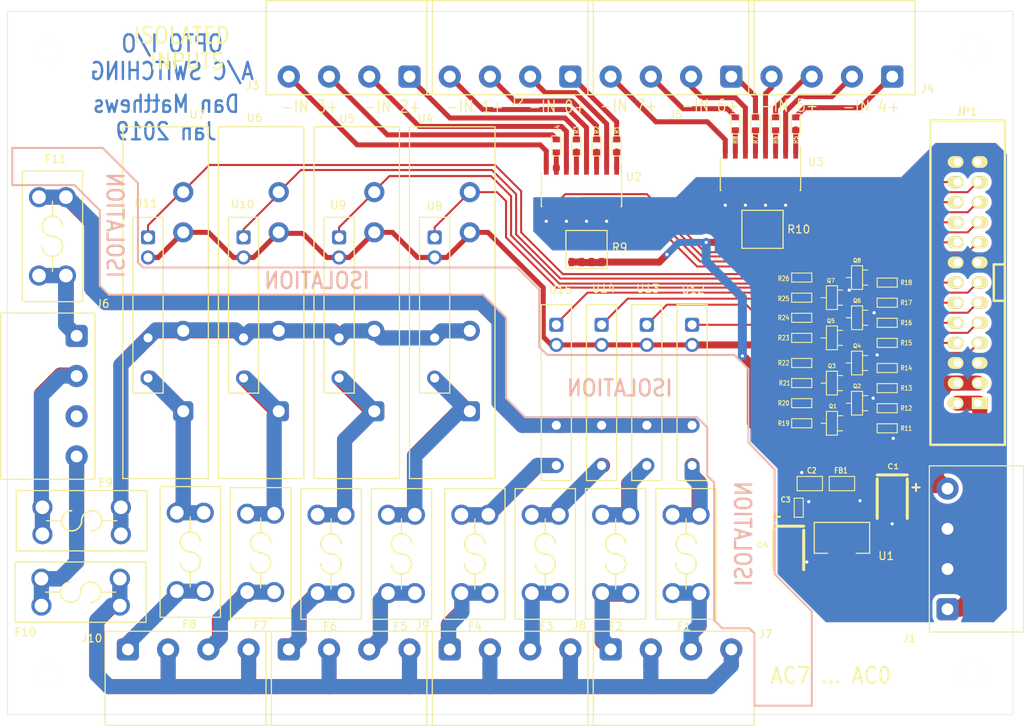
<source format=kicad_pcb>
(kicad_pcb (version 20171130) (host pcbnew "(6.0.0-rc1-dev-1670-gc0cd4c03f)")
  (layers (0 F.Cu signal) (31 B.Cu signal) (34 B.Paste user) (35 F.Paste user) (36 B.SilkS user) (37 F.SilkS user) (38 B.Mask user) (39 F.Mask user) (44 Edge.Cuts user))
  (net 0 "")
  (net 1 +5.0Vx)
  (net 2 GND)
  (net 3 "Net-(C2-Pad2)")
  (net 4 +3.3Vx)
  (net 5 "Net-(F1-Pad2)")
  (net 6 "Net-(F1-Pad1)")
  (net 7 "Net-(F2-Pad1)")
  (net 8 "Net-(F2-Pad2)")
  (net 9 "Net-(F3-Pad2)")
  (net 10 "Net-(F3-Pad1)")
  (net 11 "Net-(F4-Pad1)")
  (net 12 "Net-(F4-Pad2)")
  (net 13 "Net-(F5-Pad2)")
  (net 14 "Net-(F5-Pad1)")
  (net 15 "Net-(F6-Pad2)")
  (net 16 "Net-(F6-Pad1)")
  (net 17 "Net-(F7-Pad1)")
  (net 18 "Net-(F7-Pad2)")
  (net 19 "Net-(F8-Pad1)")
  (net 20 "Net-(F8-Pad2)")
  (net 21 "Net-(F9-Pad1)")
  (net 22 "Net-(F9-Pad2)")
  (net 23 "Net-(F10-Pad2)")
  (net 24 "Net-(F10-Pad1)")
  (net 25 +12Vx)
  (net 26 "Net-(J2-Pad4)")
  (net 27 "Net-(J2-Pad3)")
  (net 28 "Net-(J2-Pad2)")
  (net 29 "Net-(J2-Pad1)")
  (net 30 "Net-(J3-Pad1)")
  (net 31 "Net-(J3-Pad2)")
  (net 32 "Net-(J3-Pad3)")
  (net 33 "Net-(J3-Pad4)")
  (net 34 "Net-(J4-Pad1)")
  (net 35 "Net-(J4-Pad2)")
  (net 36 "Net-(J4-Pad3)")
  (net 37 "Net-(J4-Pad4)")
  (net 38 "Net-(J5-Pad4)")
  (net 39 "Net-(J5-Pad3)")
  (net 40 "Net-(J5-Pad2)")
  (net 41 "Net-(J5-Pad1)")
  (net 42 /AUX_IN_7)
  (net 43 /AUX_IN_6)
  (net 44 /AUX_IN_4)
  (net 45 /AUX_IN_5)
  (net 46 /AUX_IN_3)
  (net 47 /AUX_IN_2)
  (net 48 /AUX_IN_0)
  (net 49 /AUX_IN_1)
  (net 50 /AC_6)
  (net 51 /AC_7)
  (net 52 /AC_5)
  (net 53 /AC_4)
  (net 54 /AC_2)
  (net 55 /AC_3)
  (net 56 /AC_1)
  (net 57 /AC_0)
  (net 58 "Net-(Q1-Pad3)")
  (net 59 "Net-(Q2-Pad3)")
  (net 60 "Net-(Q3-Pad3)")
  (net 61 "Net-(Q4-Pad3)")
  (net 62 "Net-(Q5-Pad3)")
  (net 63 "Net-(Q6-Pad3)")
  (net 64 "Net-(Q7-Pad3)")
  (net 65 "Net-(Q8-Pad3)")
  (net 66 "Net-(R1-Pad1)")
  (net 67 "Net-(R2-Pad1)")
  (net 68 "Net-(R3-Pad1)")
  (net 69 "Net-(R4-Pad1)")
  (net 70 "Net-(R5-Pad1)")
  (net 71 "Net-(R6-Pad1)")
  (net 72 "Net-(R7-Pad1)")
  (net 73 "Net-(R8-Pad1)")
  (net 74 "Net-(R19-Pad1)")
  (net 75 "Net-(R20-Pad1)")
  (net 76 "Net-(R21-Pad1)")
  (net 77 "Net-(R22-Pad1)")
  (net 78 "Net-(R23-Pad1)")
  (net 79 "Net-(R24-Pad1)")
  (net 80 "Net-(R25-Pad1)")
  (net 81 "Net-(R26-Pad1)")
  (net 82 "Net-(F11-Pad1)")
  (net 83 "Net-(F11-Pad2)")
  (net 84 "Net-(J6-Pad3)")
  (module t_Relay:CPC1966Y (layer F.Cu) (at 160.147 91.694 270)
    (fp_text reference U12 (at -4.445 -0.127) (layer F.SilkS))
    (fp_text value CPC1966)
    (pad 1 thru_hole roundrect (at 0 0 270) (size 1.778 1.778) (drill 1.143) (layers *.Cu *.Mask) (roundrect_rratio 0.2) (net 74 "Net-(R19-Pad1)"))
    (pad 2 thru_hole circle (at 2.54 0 270) (size 1.778 1.778) (drill 1.143) (layers *.Cu *.Mask) (net 1 +5.0Vx))
    (pad 3 thru_hole circle (at 12.7 0 270) (size 1.778 1.778) (drill 1.143) (layers *.Cu *.Mask) (net 83 "Net-(F11-Pad2)"))
    (pad 4 thru_hole circle (at 17.78 0 270) (size 1.778 1.778) (drill 1.143) (layers *.Cu *.Mask) (net 5 "Net-(F1-Pad2)"))
  )
  (module t_MtgHoles:MTG_HOLE_125 (layer F.Cu) (at 78.74 57.15)
    (fp_text reference REF** hide)
    (fp_text value MTG_HOLE_125 hide)
    (pad "" np_thru_hole circle (at 0 0) (size 3.175 3.175) (drill 3.175) (layers *.Cu *.Mask F.SilkS))
  )
  (module t_MtgHoles:MTG_HOLE_125 (layer F.Cu) (at 78.74 135.89)
    (fp_text reference REF** hide)
    (fp_text value MTG_HOLE_125 hide)
    (pad "" np_thru_hole circle (at 0 0) (size 3.175 3.175) (drill 3.175) (layers *.Cu *.Mask F.SilkS))
  )
  (module t_MtgHoles:MTG_HOLE_125 (layer F.Cu) (at 195.58 57.15)
    (fp_text reference REF** hide)
    (fp_text value MTG_HOLE_125 hide)
    (pad "" np_thru_hole circle (at 0 0) (size 3.175 3.175) (drill 3.175) (layers *.Cu *.Mask F.SilkS))
  )
  (module t_MtgHoles:MTG_HOLE_125 (layer F.Cu) (at 195.58 135.89)
    (fp_text reference REF** hide)
    (fp_text value MTG_HOLE_125 hide)
    (pad "" np_thru_hole circle (at 0 0) (size 3.175 3.175) (drill 3.175) (layers *.Cu *.Mask F.SilkS))
  )
  (module t_smd_caps:Tan_Cap_B (layer F.Cu) (at 185.42 113.665 270)
    (fp_text reference C1 (at -4.064 -0.127 180) (layer F.SilkS) (effects (font (size 0.635 0.762) (thickness 0.127))))
    (fp_text value "100uF 6.3V" hide)
    (fp_text user + (at -1.4224 -2.921 270) (layer F.SilkS) (effects (font (size 1.2 1.2) (thickness 0.25))))
    (pad 1 smd rect (at -1.5494 0 270) (size 1.95072 2.49936) (layers F.Cu F.Paste F.Mask) (net 1 +5.0Vx))
    (pad 2 smd rect (at 1.5494 0 270) (size 1.95072 2.49936) (layers F.Cu F.Paste F.Mask) (net 2 GND))
  )
  (module t_passive_smd:cap_0805 (layer F.Cu) (at 175.006 111.76 180)
    (fp_text reference C2 (at -0.254 1.651 180) (layer F.SilkS) (effects (font (size 0.700024 0.59944) (thickness 0.130048))))
    (fp_text value 10uF hide)
    (pad 1 smd rect (at 0.95 0 180) (size 1 1.5) (layers F.Cu F.Paste F.Mask) (net 2 GND))
    (pad 2 smd rect (at -0.95 0 180) (size 1 1.5) (layers F.Cu F.Paste F.Mask) (net 3 "Net-(C2-Pad2)"))
  )
  (module t_passive_smd:cap_0603 (layer F.Cu) (at 173.609 114.808 90)
    (fp_text reference C3 (at 1.016 -1.651 180) (layer F.SilkS) (effects (font (size 0.635 0.635) (thickness 0.127))))
    (fp_text value 0.1uF hide)
    (pad 1 smd rect (at 0.75 0 90) (size 0.7 0.9) (layers F.Cu F.Paste F.Mask) (net 2 GND))
    (pad 2 smd rect (at -0.75 0 90) (size 0.7 0.9) (layers F.Cu F.Paste F.Mask) (net 4 +3.3Vx))
  )
  (module t_smd_caps:Tan_Cap_B (layer F.Cu) (at 172.339 120.142 270)
    (fp_text reference C4 (at -0.635 3.302 180) (layer F.SilkS) (effects (font (size 0.635 0.762) (thickness 0.127))))
    (fp_text value "100uF 6.3V" hide)
    (fp_text user + (at -4.191 1.651 270) (layer F.SilkS) (effects (font (size 1.2 1.2) (thickness 0.25))))
    (pad 2 smd rect (at 1.5494 0 270) (size 1.95072 2.49936) (layers F.Cu F.Paste F.Mask) (net 2 GND))
    (pad 1 smd rect (at -1.5494 0 270) (size 1.95072 2.49936) (layers F.Cu F.Paste F.Mask) (net 4 +3.3Vx))
  )
  (module t_fuse:FUSE_Holder_297 (layer F.Cu) (at 159.385 120.65 90)
    (fp_text reference F1 (at -9.144 -0.254 180) (layer F.SilkS))
    (fp_text value Fuse)
    (pad 2 thru_hole circle (at 4.953 1.7018 90) (size 2.54 2.54) (drill 1.7272) (layers *.Cu *.Mask) (net 5 "Net-(F1-Pad2)"))
    (pad 2 thru_hole circle (at 4.953 -1.7018 90) (size 2.54 2.54) (drill 1.7272) (layers *.Cu *.Mask) (net 5 "Net-(F1-Pad2)"))
    (pad 1 thru_hole circle (at -4.953 1.7018 90) (size 2.54 2.54) (drill 1.7272) (layers *.Cu *.Mask) (net 6 "Net-(F1-Pad1)"))
    (pad 1 thru_hole circle (at -4.953 -1.7018 90) (size 2.54 2.54) (drill 1.7272) (layers *.Cu *.Mask) (net 6 "Net-(F1-Pad1)"))
  )
  (module t_fuse:FUSE_Holder_297 (layer F.Cu) (at 150.495 120.65 90)
    (fp_text reference F2 (at -9.144 0 180) (layer F.SilkS))
    (fp_text value Fuse)
    (pad 1 thru_hole circle (at -4.953 -1.7018 90) (size 2.54 2.54) (drill 1.7272) (layers *.Cu *.Mask) (net 7 "Net-(F2-Pad1)"))
    (pad 1 thru_hole circle (at -4.953 1.7018 90) (size 2.54 2.54) (drill 1.7272) (layers *.Cu *.Mask) (net 7 "Net-(F2-Pad1)"))
    (pad 2 thru_hole circle (at 4.953 -1.7018 90) (size 2.54 2.54) (drill 1.7272) (layers *.Cu *.Mask) (net 8 "Net-(F2-Pad2)"))
    (pad 2 thru_hole circle (at 4.953 1.7018 90) (size 2.54 2.54) (drill 1.7272) (layers *.Cu *.Mask) (net 8 "Net-(F2-Pad2)"))
  )
  (module t_fuse:FUSE_Holder_297 (layer F.Cu) (at 141.605 120.65 90)
    (fp_text reference F3 (at -9.144 0.127 180) (layer F.SilkS))
    (fp_text value Fuse)
    (pad 2 thru_hole circle (at 4.953 1.7018 90) (size 2.54 2.54) (drill 1.7272) (layers *.Cu *.Mask) (net 9 "Net-(F3-Pad2)"))
    (pad 2 thru_hole circle (at 4.953 -1.7018 90) (size 2.54 2.54) (drill 1.7272) (layers *.Cu *.Mask) (net 9 "Net-(F3-Pad2)"))
    (pad 1 thru_hole circle (at -4.953 1.7018 90) (size 2.54 2.54) (drill 1.7272) (layers *.Cu *.Mask) (net 10 "Net-(F3-Pad1)"))
    (pad 1 thru_hole circle (at -4.953 -1.7018 90) (size 2.54 2.54) (drill 1.7272) (layers *.Cu *.Mask) (net 10 "Net-(F3-Pad1)"))
  )
  (module t_fuse:FUSE_Holder_297 (layer F.Cu) (at 132.715 120.65 90)
    (fp_text reference F4 (at -9.144 0 180) (layer F.SilkS))
    (fp_text value Fuse)
    (pad 1 thru_hole circle (at -4.953 -1.7018 90) (size 2.54 2.54) (drill 1.7272) (layers *.Cu *.Mask) (net 11 "Net-(F4-Pad1)"))
    (pad 1 thru_hole circle (at -4.953 1.7018 90) (size 2.54 2.54) (drill 1.7272) (layers *.Cu *.Mask) (net 11 "Net-(F4-Pad1)"))
    (pad 2 thru_hole circle (at 4.953 -1.7018 90) (size 2.54 2.54) (drill 1.7272) (layers *.Cu *.Mask) (net 12 "Net-(F4-Pad2)"))
    (pad 2 thru_hole circle (at 4.953 1.7018 90) (size 2.54 2.54) (drill 1.7272) (layers *.Cu *.Mask) (net 12 "Net-(F4-Pad2)"))
  )
  (module t_fuse:FUSE_Holder_297 (layer F.Cu) (at 123.444 120.65 90)
    (fp_text reference F5 (at -9.144 -0.127 180) (layer F.SilkS))
    (fp_text value Fuse)
    (pad 2 thru_hole circle (at 4.953 1.7018 90) (size 2.54 2.54) (drill 1.7272) (layers *.Cu *.Mask) (net 13 "Net-(F5-Pad2)"))
    (pad 2 thru_hole circle (at 4.953 -1.7018 90) (size 2.54 2.54) (drill 1.7272) (layers *.Cu *.Mask) (net 13 "Net-(F5-Pad2)"))
    (pad 1 thru_hole circle (at -4.953 1.7018 90) (size 2.54 2.54) (drill 1.7272) (layers *.Cu *.Mask) (net 14 "Net-(F5-Pad1)"))
    (pad 1 thru_hole circle (at -4.953 -1.7018 90) (size 2.54 2.54) (drill 1.7272) (layers *.Cu *.Mask) (net 14 "Net-(F5-Pad1)"))
  )
  (module t_fuse:FUSE_Holder_297 (layer F.Cu) (at 114.554 120.65 90)
    (fp_text reference F6 (at -9.144 -0.127 180) (layer F.SilkS))
    (fp_text value Fuse)
    (pad 2 thru_hole circle (at 4.953 1.7018 90) (size 2.54 2.54) (drill 1.7272) (layers *.Cu *.Mask) (net 15 "Net-(F6-Pad2)"))
    (pad 2 thru_hole circle (at 4.953 -1.7018 90) (size 2.54 2.54) (drill 1.7272) (layers *.Cu *.Mask) (net 15 "Net-(F6-Pad2)"))
    (pad 1 thru_hole circle (at -4.953 1.7018 90) (size 2.54 2.54) (drill 1.7272) (layers *.Cu *.Mask) (net 16 "Net-(F6-Pad1)"))
    (pad 1 thru_hole circle (at -4.953 -1.7018 90) (size 2.54 2.54) (drill 1.7272) (layers *.Cu *.Mask) (net 16 "Net-(F6-Pad1)"))
  )
  (module t_fuse:FUSE_Holder_297 (layer F.Cu) (at 105.664 120.523 90)
    (fp_text reference F7 (at -9.144 0 180) (layer F.SilkS))
    (fp_text value Fuse)
    (pad 1 thru_hole circle (at -4.953 -1.7018 90) (size 2.54 2.54) (drill 1.7272) (layers *.Cu *.Mask) (net 17 "Net-(F7-Pad1)"))
    (pad 1 thru_hole circle (at -4.953 1.7018 90) (size 2.54 2.54) (drill 1.7272) (layers *.Cu *.Mask) (net 17 "Net-(F7-Pad1)"))
    (pad 2 thru_hole circle (at 4.953 -1.7018 90) (size 2.54 2.54) (drill 1.7272) (layers *.Cu *.Mask) (net 18 "Net-(F7-Pad2)"))
    (pad 2 thru_hole circle (at 4.953 1.7018 90) (size 2.54 2.54) (drill 1.7272) (layers *.Cu *.Mask) (net 18 "Net-(F7-Pad2)"))
  )
  (module t_fuse:FUSE_Holder_297 (layer F.Cu) (at 96.774 120.396 90)
    (fp_text reference F8 (at -9.144 -0.127 180) (layer F.SilkS))
    (fp_text value Fuse)
    (pad 1 thru_hole circle (at -4.953 -1.7018 90) (size 2.54 2.54) (drill 1.7272) (layers *.Cu *.Mask) (net 19 "Net-(F8-Pad1)"))
    (pad 1 thru_hole circle (at -4.953 1.7018 90) (size 2.54 2.54) (drill 1.7272) (layers *.Cu *.Mask) (net 19 "Net-(F8-Pad1)"))
    (pad 2 thru_hole circle (at 4.953 -1.7018 90) (size 2.54 2.54) (drill 1.7272) (layers *.Cu *.Mask) (net 20 "Net-(F8-Pad2)"))
    (pad 2 thru_hole circle (at 4.953 1.7018 90) (size 2.54 2.54) (drill 1.7272) (layers *.Cu *.Mask) (net 20 "Net-(F8-Pad2)"))
  )
  (module t_fuse:FUSE_Holder_297 (layer F.Cu) (at 83.058 116.459)
    (fp_text reference F9 (at 3.048 -4.826) (layer F.SilkS))
    (fp_text value Fuse)
    (pad 1 thru_hole circle (at -4.953 -1.7018) (size 2.54 2.54) (drill 1.7272) (layers *.Cu *.Mask) (net 21 "Net-(F9-Pad1)"))
    (pad 1 thru_hole circle (at -4.953 1.7018) (size 2.54 2.54) (drill 1.7272) (layers *.Cu *.Mask) (net 21 "Net-(F9-Pad1)"))
    (pad 2 thru_hole circle (at 4.953 -1.7018) (size 2.54 2.54) (drill 1.7272) (layers *.Cu *.Mask) (net 22 "Net-(F9-Pad2)"))
    (pad 2 thru_hole circle (at 4.953 1.7018) (size 2.54 2.54) (drill 1.7272) (layers *.Cu *.Mask) (net 22 "Net-(F9-Pad2)"))
  )
  (module t_fuse:FUSE_Holder_297 (layer F.Cu) (at 82.931 125.476)
    (fp_text reference F10 (at -6.985 5.08) (layer F.SilkS))
    (fp_text value Fuse)
    (pad 2 thru_hole circle (at 4.953 1.7018) (size 2.54 2.54) (drill 1.7272) (layers *.Cu *.Mask) (net 23 "Net-(F10-Pad2)"))
    (pad 2 thru_hole circle (at 4.953 -1.7018) (size 2.54 2.54) (drill 1.7272) (layers *.Cu *.Mask) (net 23 "Net-(F10-Pad2)"))
    (pad 1 thru_hole circle (at -4.953 1.7018) (size 2.54 2.54) (drill 1.7272) (layers *.Cu *.Mask) (net 24 "Net-(F10-Pad1)"))
    (pad 1 thru_hole circle (at -4.953 -1.7018) (size 2.54 2.54) (drill 1.7272) (layers *.Cu *.Mask) (net 24 "Net-(F10-Pad1)"))
  )
  (module t_passive_smd:fb_0805 (layer F.Cu) (at 179.07 111.76 180)
    (fp_text reference FB1 (at 0.127 1.651 180) (layer F.SilkS) (effects (font (size 0.700024 0.59944) (thickness 0.130048))))
    (fp_text value "FB_60 Ohm" hide)
    (pad 1 smd rect (at 0.95 0 180) (size 1 1.5) (layers F.Cu F.Paste F.Mask) (net 3 "Net-(C2-Pad2)"))
    (pad 2 smd rect (at -0.95 0 180) (size 1 1.5) (layers F.Cu F.Paste F.Mask) (net 1 +5.0Vx))
  )
  (module t_Phoenix:Terminal_Block_RA_4_5_08mm (layer F.Cu) (at 157.48 60.325 180)
    (fp_text reference J5 (at -0.635 -4.826 180) (layer F.SilkS))
    (fp_text value Screw_Terminal_01x04)
    (pad 4 thru_hole circle (at 7.62 0 180) (size 2.8 2.8) (drill 1.5) (layers *.Cu *.Mask) (net 38 "Net-(J5-Pad4)"))
    (pad 3 thru_hole circle (at 2.54 0 180) (size 2.8 2.8) (drill 1.5) (layers *.Cu *.Mask) (net 39 "Net-(J5-Pad3)"))
    (pad 2 thru_hole circle (at -2.54 0 180) (size 2.8 2.8) (drill 1.5) (layers *.Cu *.Mask) (net 40 "Net-(J5-Pad2)"))
    (pad 1 thru_hole roundrect (at -7.62 0 180) (size 2.8 2.8) (drill 1.5) (layers *.Cu *.Mask) (roundrect_rratio 0.2) (net 41 "Net-(J5-Pad1)"))
  )
  (module t_Phoenix:Terminal_Block_RA_4_5_08mm (layer F.Cu) (at 82.423 100.711 270)
    (fp_text reference J6 (at -11.684 -3.302) (layer F.SilkS))
    (fp_text value Screw_Terminal_01x04)
    (pad 4 thru_hole circle (at 7.62 0 270) (size 2.8 2.8) (drill 1.5) (layers *.Cu *.Mask) (net 24 "Net-(F10-Pad1)"))
    (pad 3 thru_hole circle (at 2.54 0 270) (size 2.8 2.8) (drill 1.5) (layers *.Cu *.Mask) (net 84 "Net-(J6-Pad3)"))
    (pad 2 thru_hole circle (at -2.54 0 270) (size 2.8 2.8) (drill 1.5) (layers *.Cu *.Mask) (net 21 "Net-(F9-Pad1)"))
    (pad 1 thru_hole roundrect (at -7.62 0 270) (size 2.8 2.8) (drill 1.5) (layers *.Cu *.Mask) (roundrect_rratio 0.2) (net 82 "Net-(F11-Pad1)"))
  )
  (module t_Phoenix:Terminal_Block_RA_4_5_08mm (layer F.Cu) (at 157.48 132.715)
    (fp_text reference J7 (at 11.938 -1.905) (layer F.SilkS))
    (fp_text value Screw_Terminal_01x04)
    (pad 1 thru_hole roundrect (at -7.62 0) (size 2.8 2.8) (drill 1.5) (layers *.Cu *.Mask) (roundrect_rratio 0.2) (net 7 "Net-(F2-Pad1)"))
    (pad 2 thru_hole circle (at -2.54 0) (size 2.8 2.8) (drill 1.5) (layers *.Cu *.Mask) (net 23 "Net-(F10-Pad2)"))
    (pad 3 thru_hole circle (at 2.54 0) (size 2.8 2.8) (drill 1.5) (layers *.Cu *.Mask) (net 6 "Net-(F1-Pad1)"))
    (pad 4 thru_hole circle (at 7.62 0) (size 2.8 2.8) (drill 1.5) (layers *.Cu *.Mask) (net 23 "Net-(F10-Pad2)"))
  )
  (module t_Phoenix:Terminal_Block_RA_4_5_08mm (layer F.Cu) (at 137.16 132.715)
    (fp_text reference J8 (at 8.763 -3.048) (layer F.SilkS))
    (fp_text value Screw_Terminal_01x04)
    (pad 1 thru_hole roundrect (at -7.62 0) (size 2.8 2.8) (drill 1.5) (layers *.Cu *.Mask) (roundrect_rratio 0.2) (net 11 "Net-(F4-Pad1)"))
    (pad 2 thru_hole circle (at -2.54 0) (size 2.8 2.8) (drill 1.5) (layers *.Cu *.Mask) (net 23 "Net-(F10-Pad2)"))
    (pad 3 thru_hole circle (at 2.54 0) (size 2.8 2.8) (drill 1.5) (layers *.Cu *.Mask) (net 10 "Net-(F3-Pad1)"))
    (pad 4 thru_hole circle (at 7.62 0) (size 2.8 2.8) (drill 1.5) (layers *.Cu *.Mask) (net 23 "Net-(F10-Pad2)"))
  )
  (module t_Phoenix:Terminal_Block_RA_4_5_08mm (layer F.Cu) (at 116.84 132.715)
    (fp_text reference J9 (at 9.271 -3.048) (layer F.SilkS))
    (fp_text value Screw_Terminal_01x04)
    (pad 4 thru_hole circle (at 7.62 0) (size 2.8 2.8) (drill 1.5) (layers *.Cu *.Mask) (net 23 "Net-(F10-Pad2)"))
    (pad 3 thru_hole circle (at 2.54 0) (size 2.8 2.8) (drill 1.5) (layers *.Cu *.Mask) (net 14 "Net-(F5-Pad1)"))
    (pad 2 thru_hole circle (at -2.54 0) (size 2.8 2.8) (drill 1.5) (layers *.Cu *.Mask) (net 23 "Net-(F10-Pad2)"))
    (pad 1 thru_hole roundrect (at -7.62 0) (size 2.8 2.8) (drill 1.5) (layers *.Cu *.Mask) (roundrect_rratio 0.2) (net 16 "Net-(F6-Pad1)"))
  )
  (module t_Phoenix:Terminal_Block_RA_4_5_08mm (layer F.Cu) (at 96.52 132.715)
    (fp_text reference J10 (at -12.192 -1.397) (layer F.SilkS))
    (fp_text value Screw_Terminal_01x04)
    (pad 1 thru_hole roundrect (at -7.62 0) (size 2.8 2.8) (drill 1.5) (layers *.Cu *.Mask) (roundrect_rratio 0.2) (net 19 "Net-(F8-Pad1)"))
    (pad 2 thru_hole circle (at -2.54 0) (size 2.8 2.8) (drill 1.5) (layers *.Cu *.Mask) (net 23 "Net-(F10-Pad2)"))
    (pad 3 thru_hole circle (at 2.54 0) (size 2.8 2.8) (drill 1.5) (layers *.Cu *.Mask) (net 17 "Net-(F7-Pad1)"))
    (pad 4 thru_hole circle (at 7.62 0) (size 2.8 2.8) (drill 1.5) (layers *.Cu *.Mask) (net 23 "Net-(F10-Pad2)"))
  )
  (module w_conn_strip:vasch_strip_13x2 (layer F.Cu) (at 194.945 86.36 90)
    (fp_text reference JP1 (at 21.59 -0.127 180) (layer F.SilkS) (effects (font (thickness 0.2032))))
    (fp_text value CONN_02X13 hide)
    (pad 25 thru_hole oval (at 15.24 1.27 90) (size 1.5 2) (drill 1 (offset 0 0.25)) (layers *.Cu *.Mask F.SilkS) (net 2 GND))
    (pad 26 thru_hole oval (at 15.24 -1.27 90) (size 1.5 2) (drill 1 (offset 0 -0.25)) (layers *.Cu *.Mask F.SilkS) (net 2 GND))
    (pad 24 thru_hole oval (at 12.7 -1.27 90) (size 1.5 2) (drill 1 (offset 0 -0.25)) (layers *.Cu *.Mask F.SilkS) (net 42 /AUX_IN_7))
    (pad 23 thru_hole oval (at 12.7 1.27 90) (size 1.5 2) (drill 1 (offset 0 0.25)) (layers *.Cu *.Mask F.SilkS) (net 43 /AUX_IN_6))
    (pad 21 thru_hole oval (at 10.16 1.27 90) (size 1.5 2) (drill 1 (offset 0 0.25)) (layers *.Cu *.Mask F.SilkS) (net 44 /AUX_IN_4))
    (pad 22 thru_hole oval (at 10.16 -1.27 90) (size 1.5 2) (drill 1 (offset 0 -0.25)) (layers *.Cu *.Mask F.SilkS) (net 45 /AUX_IN_5))
    (pad 20 thru_hole oval (at 7.62 -1.27 90) (size 1.5 2) (drill 1 (offset 0 -0.25)) (layers *.Cu *.Mask F.SilkS) (net 46 /AUX_IN_3))
    (pad 19 thru_hole oval (at 7.62 1.27 90) (size 1.5 2) (drill 1 (offset 0 0.25)) (layers *.Cu *.Mask F.SilkS) (net 47 /AUX_IN_2))
    (pad 17 thru_hole oval (at 5.08 1.27 90) (size 1.5 2) (drill 1 (offset 0 0.25)) (layers *.Cu *.Mask F.SilkS) (net 48 /AUX_IN_0))
    (pad 18 thru_hole oval (at 5.08 -1.27 90) (size 1.5 2) (drill 1 (offset 0 -0.25)) (layers *.Cu *.Mask F.SilkS) (net 49 /AUX_IN_1))
    (pad 16 thru_hole oval (at 2.54 -1.27 90) (size 1.5 2) (drill 1 (offset 0 -0.25)) (layers *.Cu *.Mask F.SilkS) (net 2 GND))
    (pad 15 thru_hole oval (at 2.54 1.27 90) (size 1.5 2) (drill 1 (offset 0 0.25)) (layers *.Cu *.Mask F.SilkS) (net 2 GND))
    (pad 13 thru_hole oval (at 0 1.27 90) (size 1.5 2) (drill 1 (offset 0 0.25)) (layers *.Cu *.Mask F.SilkS) (net 50 /AC_6))
    (pad 14 thru_hole oval (at 0 -1.27 90) (size 1.5 2) (drill 1 (offset 0 -0.25)) (layers *.Cu *.Mask F.SilkS) (net 51 /AC_7))
    (pad 12 thru_hole oval (at -2.54 -1.27 90) (size 1.5 2) (drill 1 (offset 0 -0.25)) (layers *.Cu *.Mask F.SilkS) (net 52 /AC_5))
    (pad 11 thru_hole oval (at -2.54 1.27 90) (size 1.5 2) (drill 1 (offset 0 0.25)) (layers *.Cu *.Mask F.SilkS) (net 53 /AC_4))
    (pad 9 thru_hole oval (at -5.08 1.27 90) (size 1.5 2) (drill 1 (offset 0 0.25)) (layers *.Cu *.Mask F.SilkS) (net 54 /AC_2))
    (pad 10 thru_hole oval (at -5.08 -1.27 90) (size 1.5 2) (drill 1 (offset 0 -0.25)) (layers *.Cu *.Mask F.SilkS) (net 55 /AC_3))
    (pad 8 thru_hole oval (at -7.62 -1.27 90) (size 1.5 2) (drill 1 (offset 0 -0.25)) (layers *.Cu *.Mask F.SilkS) (net 56 /AC_1))
    (pad 7 thru_hole oval (at -7.62 1.27 90) (size 1.5 2) (drill 1 (offset 0 0.25)) (layers *.Cu *.Mask F.SilkS) (net 57 /AC_0))
    (pad 1 thru_hole rect (at -15.24 1.27 90) (size 1.5 2) (drill 1 (offset 0 0.25)) (layers *.Cu *.Mask F.SilkS) (net 25 +12Vx))
    (pad 2 thru_hole oval (at -15.24 -1.27 90) (size 1.5 2) (drill 1 (offset 0 -0.25)) (layers *.Cu *.Mask F.SilkS) (net 25 +12Vx))
    (pad 3 thru_hole oval (at -12.7 1.27 90) (size 1.5 2) (drill 1 (offset 0 0.25)) (layers *.Cu *.Mask F.SilkS) (net 1 +5.0Vx))
    (pad 4 thru_hole oval (at -12.7 -1.27 90) (size 1.5 2) (drill 1 (offset 0 -0.25)) (layers *.Cu *.Mask F.SilkS) (net 1 +5.0Vx))
    (pad 5 thru_hole oval (at -10.16 1.27 90) (size 1.5 2) (drill 1 (offset 0 0.25)) (layers *.Cu *.Mask F.SilkS) (net 2 GND))
    (pad 6 thru_hole oval (at -10.16 -1.27 90) (size 1.5 2) (drill 1 (offset 0 -0.25)) (layers *.Cu *.Mask F.SilkS) (net 2 GND))
  )
  (module t_sot:sot-23 (layer F.Cu) (at 177.8 104.14 90)
    (fp_text reference Q1 (at 2.159 0.127 180) (layer F.SilkS) (effects (font (size 0.50038 0.50038) (thickness 0.09906))))
    (fp_text value BSS-123 hide)
    (pad 2 smd rect (at 0.9525 1.05664 90) (size 0.59944 1.00076) (layers F.Cu F.Paste F.Mask) (net 2 GND))
    (pad 3 smd rect (at 0 -1.05664 90) (size 0.59944 1.00076) (layers F.Cu F.Paste F.Mask) (net 58 "Net-(Q1-Pad3)"))
    (pad 1 smd rect (at -0.9525 1.05664 90) (size 0.59944 1.00076) (layers F.Cu F.Paste F.Mask) (net 57 /AC_0))
  )
  (module t_sot:sot-23 (layer F.Cu) (at 180.975 101.6 90)
    (fp_text reference Q2 (at 2.159 0 180) (layer F.SilkS) (effects (font (size 0.50038 0.50038) (thickness 0.09906))))
    (fp_text value BSS-123 hide)
    (pad 2 smd rect (at 0.9525 1.05664 90) (size 0.59944 1.00076) (layers F.Cu F.Paste F.Mask) (net 2 GND))
    (pad 3 smd rect (at 0 -1.05664 90) (size 0.59944 1.00076) (layers F.Cu F.Paste F.Mask) (net 59 "Net-(Q2-Pad3)"))
    (pad 1 smd rect (at -0.9525 1.05664 90) (size 0.59944 1.00076) (layers F.Cu F.Paste F.Mask) (net 56 /AC_1))
  )
  (module t_sot:sot-23 (layer F.Cu) (at 177.8 99.06 90)
    (fp_text reference Q3 (at 2.159 0 180) (layer F.SilkS) (effects (font (size 0.50038 0.50038) (thickness 0.09906))))
    (fp_text value BSS-123 hide)
    (pad 2 smd rect (at 0.9525 1.05664 90) (size 0.59944 1.00076) (layers F.Cu F.Paste F.Mask) (net 2 GND))
    (pad 3 smd rect (at 0 -1.05664 90) (size 0.59944 1.00076) (layers F.Cu F.Paste F.Mask) (net 60 "Net-(Q3-Pad3)"))
    (pad 1 smd rect (at -0.9525 1.05664 90) (size 0.59944 1.00076) (layers F.Cu F.Paste F.Mask) (net 54 /AC_2))
  )
  (module t_sot:sot-23 (layer F.Cu) (at 180.975 96.52 90)
    (fp_text reference Q4 (at 2.159 0 180) (layer F.SilkS) (effects (font (size 0.50038 0.50038) (thickness 0.09906))))
    (fp_text value BSS-123 hide)
    (pad 1 smd rect (at -0.9525 1.05664 90) (size 0.59944 1.00076) (layers F.Cu F.Paste F.Mask) (net 55 /AC_3))
    (pad 3 smd rect (at 0 -1.05664 90) (size 0.59944 1.00076) (layers F.Cu F.Paste F.Mask) (net 61 "Net-(Q4-Pad3)"))
    (pad 2 smd rect (at 0.9525 1.05664 90) (size 0.59944 1.00076) (layers F.Cu F.Paste F.Mask) (net 2 GND))
  )
  (module t_sot:sot-23 (layer F.Cu) (at 177.8 93.345 90)
    (fp_text reference Q5 (at 2.159 -0.127 180) (layer F.SilkS) (effects (font (size 0.50038 0.50038) (thickness 0.09906))))
    (fp_text value BSS-123 hide)
    (pad 1 smd rect (at -0.9525 1.05664 90) (size 0.59944 1.00076) (layers F.Cu F.Paste F.Mask) (net 53 /AC_4))
    (pad 3 smd rect (at 0 -1.05664 90) (size 0.59944 1.00076) (layers F.Cu F.Paste F.Mask) (net 62 "Net-(Q5-Pad3)"))
    (pad 2 smd rect (at 0.9525 1.05664 90) (size 0.59944 1.00076) (layers F.Cu F.Paste F.Mask) (net 2 GND))
  )
  (module t_sot:sot-23 (layer F.Cu) (at 180.975 90.805 90)
    (fp_text reference Q6 (at 2.159 0 180) (layer F.SilkS) (effects (font (size 0.50038 0.50038) (thickness 0.09906))))
    (fp_text value BSS-123 hide)
    (pad 2 smd rect (at 0.9525 1.05664 90) (size 0.59944 1.00076) (layers F.Cu F.Paste F.Mask) (net 2 GND))
    (pad 3 smd rect (at 0 -1.05664 90) (size 0.59944 1.00076) (layers F.Cu F.Paste F.Mask) (net 63 "Net-(Q6-Pad3)"))
    (pad 1 smd rect (at -0.9525 1.05664 90) (size 0.59944 1.00076) (layers F.Cu F.Paste F.Mask) (net 52 /AC_5))
  )
  (module t_sot:sot-23 (layer F.Cu) (at 177.8 88.265 90)
    (fp_text reference Q7 (at 2.159 -0.127 180) (layer F.SilkS) (effects (font (size 0.50038 0.50038) (thickness 0.09906))))
    (fp_text value BSS-123 hide)
    (pad 1 smd rect (at -0.9525 1.05664 90) (size 0.59944 1.00076) (layers F.Cu F.Paste F.Mask) (net 50 /AC_6))
    (pad 3 smd rect (at 0 -1.05664 90) (size 0.59944 1.00076) (layers F.Cu F.Paste F.Mask) (net 64 "Net-(Q7-Pad3)"))
    (pad 2 smd rect (at 0.9525 1.05664 90) (size 0.59944 1.00076) (layers F.Cu F.Paste F.Mask) (net 2 GND))
  )
  (module t_sot:sot-23 (layer F.Cu) (at 180.975 85.725 90)
    (fp_text reference Q8 (at 2.159 0 180) (layer F.SilkS) (effects (font (size 0.50038 0.50038) (thickness 0.09906))))
    (fp_text value BSS-123 hide)
    (pad 1 smd rect (at -0.9525 1.05664 90) (size 0.59944 1.00076) (layers F.Cu F.Paste F.Mask) (net 51 /AC_7))
    (pad 3 smd rect (at 0 -1.05664 90) (size 0.59944 1.00076) (layers F.Cu F.Paste F.Mask) (net 65 "Net-(Q8-Pad3)"))
    (pad 2 smd rect (at 0.9525 1.05664 90) (size 0.59944 1.00076) (layers F.Cu F.Paste F.Mask) (net 2 GND))
  )
  (module t_passive_smd:res_0603 (layer F.Cu) (at 150.622 69.088 270)
    (fp_text reference R1 (at -2.032 0 270) (layer F.SilkS) (effects (font (size 0.6 0.5) (thickness 0.1))))
    (fp_text value 2.2K hide)
    (pad 2 smd rect (at -0.8 0 270) (size 0.7 0.9) (layers F.Cu F.Paste F.Mask) (net 29 "Net-(J2-Pad1)"))
    (pad 1 smd rect (at 0.8 0 270) (size 0.7 0.9) (layers F.Cu F.Paste F.Mask) (net 66 "Net-(R1-Pad1)"))
  )
  (module t_passive_smd:res_0603 (layer F.Cu) (at 148.082 69.088 270)
    (fp_text reference R2 (at -2.032 0 270) (layer F.SilkS) (effects (font (size 0.6 0.5) (thickness 0.1))))
    (fp_text value 2.2K hide)
    (pad 1 smd rect (at 0.8 0 270) (size 0.7 0.9) (layers F.Cu F.Paste F.Mask) (net 67 "Net-(R2-Pad1)"))
    (pad 2 smd rect (at -0.8 0 270) (size 0.7 0.9) (layers F.Cu F.Paste F.Mask) (net 27 "Net-(J2-Pad3)"))
  )
  (module t_passive_smd:res_0603 (layer F.Cu) (at 145.542 69.088 270)
    (fp_text reference R3 (at -2.032 0 270) (layer F.SilkS) (effects (font (size 0.6 0.5) (thickness 0.1))))
    (fp_text value 2.2K hide)
    (pad 2 smd rect (at -0.8 0 270) (size 0.7 0.9) (layers F.Cu F.Paste F.Mask) (net 30 "Net-(J3-Pad1)"))
    (pad 1 smd rect (at 0.8 0 270) (size 0.7 0.9) (layers F.Cu F.Paste F.Mask) (net 68 "Net-(R3-Pad1)"))
  )
  (module t_passive_smd:res_0603 (layer F.Cu) (at 143.002 69.088 270)
    (fp_text reference R4 (at -2.159 -0.127 270) (layer F.SilkS) (effects (font (size 0.6 0.5) (thickness 0.1))))
    (fp_text value 2.2K hide)
    (pad 1 smd rect (at 0.8 0 270) (size 0.7 0.9) (layers F.Cu F.Paste F.Mask) (net 69 "Net-(R4-Pad1)"))
    (pad 2 smd rect (at -0.8 0 270) (size 0.7 0.9) (layers F.Cu F.Paste F.Mask) (net 32 "Net-(J3-Pad3)"))
  )
  (module t_passive_smd:res_0603 (layer F.Cu) (at 173.228 66.294 270)
    (fp_text reference R5 (at 2.032 0 270) (layer F.SilkS) (effects (font (size 0.6 0.5) (thickness 0.1))))
    (fp_text value 2.2K hide)
    (pad 2 smd rect (at -0.8 0 270) (size 0.7 0.9) (layers F.Cu F.Paste F.Mask) (net 34 "Net-(J4-Pad1)"))
    (pad 1 smd rect (at 0.8 0 270) (size 0.7 0.9) (layers F.Cu F.Paste F.Mask) (net 70 "Net-(R5-Pad1)"))
  )
  (module t_passive_smd:res_0603 (layer F.Cu) (at 170.688 66.294 270)
    (fp_text reference R6 (at 2.032 0 270) (layer F.SilkS) (effects (font (size 0.6 0.5) (thickness 0.1))))
    (fp_text value 2.2K hide)
    (pad 1 smd rect (at 0.8 0 270) (size 0.7 0.9) (layers F.Cu F.Paste F.Mask) (net 71 "Net-(R6-Pad1)"))
    (pad 2 smd rect (at -0.8 0 270) (size 0.7 0.9) (layers F.Cu F.Paste F.Mask) (net 36 "Net-(J4-Pad3)"))
  )
  (module t_passive_smd:res_0603 (layer F.Cu) (at 168.148 66.294 270)
    (fp_text reference R7 (at 2.032 0 270) (layer F.SilkS) (effects (font (size 0.6 0.5) (thickness 0.1))))
    (fp_text value 2.2K hide)
    (pad 2 smd rect (at -0.8 0 270) (size 0.7 0.9) (layers F.Cu F.Paste F.Mask) (net 41 "Net-(J5-Pad1)"))
    (pad 1 smd rect (at 0.8 0 270) (size 0.7 0.9) (layers F.Cu F.Paste F.Mask) (net 72 "Net-(R7-Pad1)"))
  )
  (module t_passive_smd:res_0603 (layer F.Cu) (at 165.608 66.294 270)
    (fp_text reference R8 (at 2.032 0 270) (layer F.SilkS) (effects (font (size 0.6 0.5) (thickness 0.1))))
    (fp_text value 2.2K hide)
    (pad 2 smd rect (at -0.8 0 270) (size 0.7 0.9) (layers F.Cu F.Paste F.Mask) (net 39 "Net-(J5-Pad3)"))
    (pad 1 smd rect (at 0.8 0 270) (size 0.7 0.9) (layers F.Cu F.Paste F.Mask) (net 73 "Net-(R8-Pad1)"))
  )
  (module t_passive_smd:RES_ARRAY_2012 (layer F.Cu) (at 146.812 82.169)
    (fp_text reference R9 (at 4.191 -0.254) (layer F.SilkS))
    (fp_text value 2.2K hide)
    (pad 1 smd roundrect (at -1.9 1.6) (size 0.71 1.05) (layers F.Cu F.Paste F.Mask) (roundrect_rratio 0.2) (net 4 +3.3Vx))
    (pad 2 smd roundrect (at -0.635 1.6) (size 0.71 1.05) (layers F.Cu F.Paste F.Mask) (roundrect_rratio 0.2) (net 4 +3.3Vx))
    (pad 3 smd roundrect (at 0.635 1.6) (size 0.71 1.05) (layers F.Cu F.Paste F.Mask) (roundrect_rratio 0.2) (net 4 +3.3Vx))
    (pad 4 smd roundrect (at 1.9 1.6) (size 0.71 1.05) (layers F.Cu F.Paste F.Mask) (roundrect_rratio 0.2) (net 4 +3.3Vx))
    (pad 5 smd roundrect (at 1.9 -1.6) (size 0.71 1.05) (layers F.Cu F.Paste F.Mask) (roundrect_rratio 0.2) (net 48 /AUX_IN_0))
    (pad 6 smd roundrect (at 0.635 -1.6) (size 0.71 1.05) (layers F.Cu F.Paste F.Mask) (roundrect_rratio 0.2) (net 49 /AUX_IN_1))
    (pad 7 smd roundrect (at -0.635 -1.6) (size 0.71 1.05) (layers F.Cu F.Paste F.Mask) (roundrect_rratio 0.2) (net 47 /AUX_IN_2))
    (pad 8 smd roundrect (at -1.9 -1.6) (size 0.71 1.05) (layers F.Cu F.Paste F.Mask) (roundrect_rratio 0.2) (net 46 /AUX_IN_3))
  )
  (module t_passive_smd:RES_ARRAY_2012 (layer F.Cu) (at 169.037 79.629)
    (fp_text reference R10 (at 4.572 0) (layer F.SilkS))
    (fp_text value 2.2K hide)
    (pad 8 smd roundrect (at -1.9 -1.6) (size 0.71 1.05) (layers F.Cu F.Paste F.Mask) (roundrect_rratio 0.2) (net 42 /AUX_IN_7))
    (pad 7 smd roundrect (at -0.635 -1.6) (size 0.71 1.05) (layers F.Cu F.Paste F.Mask) (roundrect_rratio 0.2) (net 43 /AUX_IN_6))
    (pad 6 smd roundrect (at 0.635 -1.6) (size 0.71 1.05) (layers F.Cu F.Paste F.Mask) (roundrect_rratio 0.2) (net 45 /AUX_IN_5))
    (pad 5 smd roundrect (at 1.9 -1.6) (size 0.71 1.05) (layers F.Cu F.Paste F.Mask) (roundrect_rratio 0.2) (net 44 /AUX_IN_4))
    (pad 4 smd roundrect (at 1.9 1.6) (size 0.71 1.05) (layers F.Cu F.Paste F.Mask) (roundrect_rratio 0.2) (net 4 +3.3Vx))
    (pad 3 smd roundrect (at 0.635 1.6) (size 0.71 1.05) (layers F.Cu F.Paste F.Mask) (roundrect_rratio 0.2) (net 4 +3.3Vx))
    (pad 2 smd roundrect (at -0.635 1.6) (size 0.71 1.05) (layers F.Cu F.Paste F.Mask) (roundrect_rratio 0.2) (net 4 +3.3Vx))
    (pad 1 smd roundrect (at -1.9 1.6) (size 0.71 1.05) (layers F.Cu F.Paste F.Mask) (roundrect_rratio 0.2) (net 4 +3.3Vx))
  )
  (module t_passive_smd:res_0603 (layer F.Cu) (at 184.785 104.775)
    (fp_text reference R11 (at 2.413 0) (layer F.SilkS) (effects (font (size 0.6 0.5) (thickness 0.1))))
    (fp_text value 10K hide)
    (pad 2 smd rect (at -0.8 0) (size 0.7 0.9) (layers F.Cu F.Paste F.Mask) (net 57 /AC_0))
    (pad 1 smd rect (at 0.8 0) (size 0.7 0.9) (layers F.Cu F.Paste F.Mask) (net 2 GND))
  )
  (module t_passive_smd:res_0603 (layer F.Cu) (at 184.785 102.235)
    (fp_text reference R12 (at 2.413 0) (layer F.SilkS) (effects (font (size 0.6 0.5) (thickness 0.1))))
    (fp_text value 10K hide)
    (pad 2 smd rect (at -0.8 0) (size 0.7 0.9) (layers F.Cu F.Paste F.Mask) (net 56 /AC_1))
    (pad 1 smd rect (at 0.8 0) (size 0.7 0.9) (layers F.Cu F.Paste F.Mask) (net 2 GND))
  )
  (module t_passive_smd:res_0603 (layer F.Cu) (at 184.785 99.695)
    (fp_text reference R13 (at 2.413 0) (layer F.SilkS) (effects (font (size 0.6 0.5) (thickness 0.1))))
    (fp_text value 10K hide)
    (pad 2 smd rect (at -0.8 0) (size 0.7 0.9) (layers F.Cu F.Paste F.Mask) (net 54 /AC_2))
    (pad 1 smd rect (at 0.8 0) (size 0.7 0.9) (layers F.Cu F.Paste F.Mask) (net 2 GND))
  )
  (module t_passive_smd:res_0603 (layer F.Cu) (at 184.785 97.155)
    (fp_text reference R14 (at 2.413 0) (layer F.SilkS) (effects (font (size 0.6 0.5) (thickness 0.1))))
    (fp_text value 10K hide)
    (pad 1 smd rect (at 0.8 0) (size 0.7 0.9) (layers F.Cu F.Paste F.Mask) (net 2 GND))
    (pad 2 smd rect (at -0.8 0) (size 0.7 0.9) (layers F.Cu F.Paste F.Mask) (net 55 /AC_3))
  )
  (module t_passive_smd:res_0603 (layer F.Cu) (at 184.785 93.98)
    (fp_text reference R15 (at 2.413 0) (layer F.SilkS) (effects (font (size 0.6 0.5) (thickness 0.1))))
    (fp_text value 10K hide)
    (pad 2 smd rect (at -0.8 0) (size 0.7 0.9) (layers F.Cu F.Paste F.Mask) (net 53 /AC_4))
    (pad 1 smd rect (at 0.8 0) (size 0.7 0.9) (layers F.Cu F.Paste F.Mask) (net 2 GND))
  )
  (module t_passive_smd:res_0603 (layer F.Cu) (at 184.785 91.44)
    (fp_text reference R16 (at 2.413 0) (layer F.SilkS) (effects (font (size 0.6 0.5) (thickness 0.1))))
    (fp_text value 10K hide)
    (pad 2 smd rect (at -0.8 0) (size 0.7 0.9) (layers F.Cu F.Paste F.Mask) (net 52 /AC_5))
    (pad 1 smd rect (at 0.8 0) (size 0.7 0.9) (layers F.Cu F.Paste F.Mask) (net 2 GND))
  )
  (module t_passive_smd:res_0603 (layer F.Cu) (at 184.785 88.9)
    (fp_text reference R17 (at 2.413 0) (layer F.SilkS) (effects (font (size 0.6 0.5) (thickness 0.1))))
    (fp_text value 10K hide)
    (pad 1 smd rect (at 0.8 0) (size 0.7 0.9) (layers F.Cu F.Paste F.Mask) (net 2 GND))
    (pad 2 smd rect (at -0.8 0) (size 0.7 0.9) (layers F.Cu F.Paste F.Mask) (net 50 /AC_6))
  )
  (module t_passive_smd:res_0603 (layer F.Cu) (at 184.785 86.36)
    (fp_text reference R18 (at 2.413 0) (layer F.SilkS) (effects (font (size 0.6 0.5) (thickness 0.1))))
    (fp_text value 10K hide)
    (pad 1 smd rect (at 0.8 0) (size 0.7 0.9) (layers F.Cu F.Paste F.Mask) (net 2 GND))
    (pad 2 smd rect (at -0.8 0) (size 0.7 0.9) (layers F.Cu F.Paste F.Mask) (net 51 /AC_7))
  )
  (module t_passive_smd:res_0603 (layer F.Cu) (at 173.99 104.14 180)
    (fp_text reference R19 (at 2.286 0 180) (layer F.SilkS) (effects (font (size 0.6 0.5) (thickness 0.1))))
    (fp_text value 2.2K hide)
    (pad 1 smd rect (at 0.8 0 180) (size 0.7 0.9) (layers F.Cu F.Paste F.Mask) (net 74 "Net-(R19-Pad1)"))
    (pad 2 smd rect (at -0.8 0 180) (size 0.7 0.9) (layers F.Cu F.Paste F.Mask) (net 58 "Net-(Q1-Pad3)"))
  )
  (module t_passive_smd:res_0603 (layer F.Cu) (at 173.99 101.6 180)
    (fp_text reference R20 (at 2.286 0 180) (layer F.SilkS) (effects (font (size 0.6 0.5) (thickness 0.1))))
    (fp_text value 2.2K hide)
    (pad 1 smd rect (at 0.8 0 180) (size 0.7 0.9) (layers F.Cu F.Paste F.Mask) (net 75 "Net-(R20-Pad1)"))
    (pad 2 smd rect (at -0.8 0 180) (size 0.7 0.9) (layers F.Cu F.Paste F.Mask) (net 59 "Net-(Q2-Pad3)"))
  )
  (module t_passive_smd:res_0603 (layer F.Cu) (at 173.99 99.06 180)
    (fp_text reference R21 (at 2.159 0 180) (layer F.SilkS) (effects (font (size 0.6 0.5) (thickness 0.1))))
    (fp_text value 2.2K hide)
    (pad 1 smd rect (at 0.8 0 180) (size 0.7 0.9) (layers F.Cu F.Paste F.Mask) (net 76 "Net-(R21-Pad1)"))
    (pad 2 smd rect (at -0.8 0 180) (size 0.7 0.9) (layers F.Cu F.Paste F.Mask) (net 60 "Net-(Q3-Pad3)"))
  )
  (module t_passive_smd:res_0603 (layer F.Cu) (at 173.99 96.52 180)
    (fp_text reference R22 (at 2.286 0 180) (layer F.SilkS) (effects (font (size 0.6 0.5) (thickness 0.1))))
    (fp_text value 2.2K hide)
    (pad 2 smd rect (at -0.8 0 180) (size 0.7 0.9) (layers F.Cu F.Paste F.Mask) (net 61 "Net-(Q4-Pad3)"))
    (pad 1 smd rect (at 0.8 0 180) (size 0.7 0.9) (layers F.Cu F.Paste F.Mask) (net 77 "Net-(R22-Pad1)"))
  )
  (module t_passive_smd:res_0603 (layer F.Cu) (at 173.99 93.345 180)
    (fp_text reference R23 (at 2.286 0 180) (layer F.SilkS) (effects (font (size 0.6 0.5) (thickness 0.1))))
    (fp_text value 2.2K hide)
    (pad 1 smd rect (at 0.8 0 180) (size 0.7 0.9) (layers F.Cu F.Paste F.Mask) (net 78 "Net-(R23-Pad1)"))
    (pad 2 smd rect (at -0.8 0 180) (size 0.7 0.9) (layers F.Cu F.Paste F.Mask) (net 62 "Net-(Q5-Pad3)"))
  )
  (module t_passive_smd:res_0603 (layer F.Cu) (at 173.99 90.805 180)
    (fp_text reference R24 (at 2.286 0 180) (layer F.SilkS) (effects (font (size 0.6 0.5) (thickness 0.1))))
    (fp_text value 2.2K hide)
    (pad 2 smd rect (at -0.8 0 180) (size 0.7 0.9) (layers F.Cu F.Paste F.Mask) (net 63 "Net-(Q6-Pad3)"))
    (pad 1 smd rect (at 0.8 0 180) (size 0.7 0.9) (layers F.Cu F.Paste F.Mask) (net 79 "Net-(R24-Pad1)"))
  )
  (module t_passive_smd:res_0603 (layer F.Cu) (at 173.99 88.265 180)
    (fp_text reference R25 (at 2.286 -0.127 180) (layer F.SilkS) (effects (font (size 0.6 0.5) (thickness 0.1))))
    (fp_text value 2.2K hide)
    (pad 1 smd rect (at 0.8 0 180) (size 0.7 0.9) (layers F.Cu F.Paste F.Mask) (net 80 "Net-(R25-Pad1)"))
    (pad 2 smd rect (at -0.8 0 180) (size 0.7 0.9) (layers F.Cu F.Paste F.Mask) (net 64 "Net-(Q7-Pad3)"))
  )
  (module t_passive_smd:res_0603 (layer F.Cu) (at 173.99 85.725 180)
    (fp_text reference R26 (at 2.286 -0.127 180) (layer F.SilkS) (effects (font (size 0.6 0.5) (thickness 0.1))))
    (fp_text value 2.2K hide)
    (pad 1 smd rect (at 0.8 0 180) (size 0.7 0.9) (layers F.Cu F.Paste F.Mask) (net 81 "Net-(R26-Pad1)"))
    (pad 2 smd rect (at -0.8 0 180) (size 0.7 0.9) (layers F.Cu F.Paste F.Mask) (net 65 "Net-(Q8-Pad3)"))
  )
  (module t_sot:SOT-223 (layer F.Cu) (at 179.07 115.57 180)
    (fp_text reference U1 (at -5.588 -5.334 180) (layer F.SilkS))
    (fp_text value TLV1117LV33 hide)
    (pad 1 smd rect (at -2.3 0 180) (size 0.95 2.15) (layers F.Cu F.Paste F.Mask) (net 2 GND))
    (pad 2 smd rect (at 0 0 180) (size 0.95 2.15) (layers F.Cu F.Paste F.Mask) (net 4 +3.3Vx))
    (pad 3 smd rect (at 2.3 0 180) (size 0.95 2.15) (layers F.Cu F.Paste F.Mask) (net 3 "Net-(C2-Pad2)"))
    (pad 4 smd rect (at 0 -5.8) (size 3.25 2.15) (layers F.Cu F.Paste F.Mask) (net 4 +3.3Vx))
  )
  (module Housings_SOIC:SOIC-16_3.9x9.9mm_Pitch1.27mm (layer F.Cu) (at 146.177 74.676 270)
    (fp_text reference U2 (at -1.651 -6.604) (layer F.SilkS))
    (fp_text value TLP291-4)
    (pad 16 smd rect (at 2.7 -4.445 270) (size 1.5 0.6) (layers F.Cu F.Paste F.Mask) (net 48 /AUX_IN_0))
    (pad 15 smd rect (at 2.7 -3.175 270) (size 1.5 0.6) (layers F.Cu F.Paste F.Mask) (net 2 GND))
    (pad 14 smd rect (at 2.7 -1.905 270) (size 1.5 0.6) (layers F.Cu F.Paste F.Mask) (net 49 /AUX_IN_1))
    (pad 13 smd rect (at 2.7 -0.635 270) (size 1.5 0.6) (layers F.Cu F.Paste F.Mask) (net 2 GND))
    (pad 12 smd rect (at 2.7 0.635 270) (size 1.5 0.6) (layers F.Cu F.Paste F.Mask) (net 47 /AUX_IN_2))
    (pad 11 smd rect (at 2.7 1.905 270) (size 1.5 0.6) (layers F.Cu F.Paste F.Mask) (net 2 GND))
    (pad 10 smd rect (at 2.7 3.175 270) (size 1.5 0.6) (layers F.Cu F.Paste F.Mask) (net 46 /AUX_IN_3))
    (pad 9 smd rect (at 2.7 4.445 270) (size 1.5 0.6) (layers F.Cu F.Paste F.Mask) (net 2 GND))
    (pad 8 smd rect (at -2.7 4.445 270) (size 1.5 0.6) (layers F.Cu F.Paste F.Mask) (net 33 "Net-(J3-Pad4)"))
    (pad 7 smd rect (at -2.7 3.175 270) (size 1.5 0.6) (layers F.Cu F.Paste F.Mask) (net 69 "Net-(R4-Pad1)"))
    (pad 6 smd rect (at -2.7 1.905 270) (size 1.5 0.6) (layers F.Cu F.Paste F.Mask) (net 31 "Net-(J3-Pad2)"))
    (pad 5 smd rect (at -2.7 0.635 270) (size 1.5 0.6) (layers F.Cu F.Paste F.Mask) (net 68 "Net-(R3-Pad1)"))
    (pad 4 smd rect (at -2.7 -0.635 270) (size 1.5 0.6) (layers F.Cu F.Paste F.Mask) (net 26 "Net-(J2-Pad4)"))
    (pad 3 smd rect (at -2.7 -1.905 270) (size 1.5 0.6) (layers F.Cu F.Paste F.Mask) (net 67 "Net-(R2-Pad1)"))
    (pad 2 smd rect (at -2.7 -3.175 270) (size 1.5 0.6) (layers F.Cu F.Paste F.Mask) (net 28 "Net-(J2-Pad2)"))
    (pad 1 smd rect (at -2.7 -4.445 270) (size 1.5 0.6) (layers F.Cu F.Paste F.Mask) (net 66 "Net-(R1-Pad1)"))
  )
  (module Housings_SOIC:SOIC-16_3.9x9.9mm_Pitch1.27mm (layer F.Cu) (at 168.783 72.644 270)
    (fp_text reference U3 (at -1.524 -6.985) (layer F.SilkS))
    (fp_text value TLP291-4)
    (pad 1 smd rect (at -2.7 -4.445 270) (size 1.5 0.6) (layers F.Cu F.Paste F.Mask) (net 70 "Net-(R5-Pad1)"))
    (pad 2 smd rect (at -2.7 -3.175 270) (size 1.5 0.6) (layers F.Cu F.Paste F.Mask) (net 35 "Net-(J4-Pad2)"))
    (pad 3 smd rect (at -2.7 -1.905 270) (size 1.5 0.6) (layers F.Cu F.Paste F.Mask) (net 71 "Net-(R6-Pad1)"))
    (pad 4 smd rect (at -2.7 -0.635 270) (size 1.5 0.6) (layers F.Cu F.Paste F.Mask) (net 37 "Net-(J4-Pad4)"))
    (pad 5 smd rect (at -2.7 0.635 270) (size 1.5 0.6) (layers F.Cu F.Paste F.Mask) (net 72 "Net-(R7-Pad1)"))
    (pad 6 smd rect (at -2.7 1.905 270) (size 1.5 0.6) (layers F.Cu F.Paste F.Mask) (net 40 "Net-(J5-Pad2)"))
    (pad 7 smd rect (at -2.7 3.175 270) (size 1.5 0.6) (layers F.Cu F.Paste F.Mask) (net 73 "Net-(R8-Pad1)"))
    (pad 8 smd rect (at -2.7 4.445 270) (size 1.5 0.6) (layers F.Cu F.Paste F.Mask) (net 38 "Net-(J5-Pad4)"))
    (pad 9 smd rect (at 2.7 4.445 270) (size 1.5 0.6) (layers F.Cu F.Paste F.Mask) (net 2 GND))
    (pad 10 smd rect (at 2.7 3.175 270) (size 1.5 0.6) (layers F.Cu F.Paste F.Mask) (net 42 /AUX_IN_7))
    (pad 11 smd rect (at 2.7 1.905 270) (size 1.5 0.6) (layers F.Cu F.Paste F.Mask) (net 2 GND))
    (pad 12 smd rect (at 2.7 0.635 270) (size 1.5 0.6) (layers F.Cu F.Paste F.Mask) (net 43 /AUX_IN_6))
    (pad 13 smd rect (at 2.7 -0.635 270) (size 1.5 0.6) (layers F.Cu F.Paste F.Mask) (net 2 GND))
    (pad 14 smd rect (at 2.7 -1.905 270) (size 1.5 0.6) (layers F.Cu F.Paste F.Mask) (net 45 /AUX_IN_5))
    (pad 15 smd rect (at 2.7 -3.175 270) (size 1.5 0.6) (layers F.Cu F.Paste F.Mask) (net 2 GND))
    (pad 16 smd rect (at 2.7 -4.445 270) (size 1.5 0.6) (layers F.Cu F.Paste F.Mask) (net 44 /AUX_IN_4))
  )
  (module t_Relay:OACM-UJ (layer F.Cu) (at 132.08 74.93 270)
    (fp_text reference U4 (at -9.271 5.588) (layer F.SilkS))
    (fp_text value OACM-UJ)
    (pad 4 thru_hole circle (at 0 0 270) (size 2.54 2.54) (drill 1.524) (layers *.Cu *.Mask) (net 78 "Net-(R23-Pad1)"))
    (pad 3 thru_hole circle (at 5.08 0 270) (size 2.54 2.54) (drill 1.524) (layers *.Cu *.Mask) (net 1 +5.0Vx))
    (pad 2 thru_hole circle (at 17.526 0 270) (size 2.54 2.54) (drill 1.524) (layers *.Cu *.Mask) (net 22 "Net-(F9-Pad2)"))
    (pad 1 thru_hole roundrect (at 27.686 0 270) (size 2.54 2.54) (drill 1.524) (layers *.Cu *.Mask) (roundrect_rratio 0.2) (net 13 "Net-(F5-Pad2)"))
  )
  (module t_Relay:OACM-UJ (layer F.Cu) (at 120.015 74.93 270)
    (fp_text reference U5 (at -9.271 3.429) (layer F.SilkS))
    (fp_text value OACM-UJ)
    (pad 1 thru_hole roundrect (at 27.686 0 270) (size 2.54 2.54) (drill 1.524) (layers *.Cu *.Mask) (roundrect_rratio 0.2) (net 15 "Net-(F6-Pad2)"))
    (pad 2 thru_hole circle (at 17.526 0 270) (size 2.54 2.54) (drill 1.524) (layers *.Cu *.Mask) (net 22 "Net-(F9-Pad2)"))
    (pad 3 thru_hole circle (at 5.08 0 270) (size 2.54 2.54) (drill 1.524) (layers *.Cu *.Mask) (net 1 +5.0Vx))
    (pad 4 thru_hole circle (at 0 0 270) (size 2.54 2.54) (drill 1.524) (layers *.Cu *.Mask) (net 79 "Net-(R24-Pad1)"))
  )
  (module t_Relay:OACM-UJ (layer F.Cu) (at 107.95 74.93 270)
    (fp_text reference U6 (at -9.398 3.048) (layer F.SilkS))
    (fp_text value OACM-UJ)
    (pad 4 thru_hole circle (at 0 0 270) (size 2.54 2.54) (drill 1.524) (layers *.Cu *.Mask) (net 80 "Net-(R25-Pad1)"))
    (pad 3 thru_hole circle (at 5.08 0 270) (size 2.54 2.54) (drill 1.524) (layers *.Cu *.Mask) (net 1 +5.0Vx))
    (pad 2 thru_hole circle (at 17.526 0 270) (size 2.54 2.54) (drill 1.524) (layers *.Cu *.Mask) (net 22 "Net-(F9-Pad2)"))
    (pad 1 thru_hole roundrect (at 27.686 0 270) (size 2.54 2.54) (drill 1.524) (layers *.Cu *.Mask) (roundrect_rratio 0.2) (net 18 "Net-(F7-Pad2)"))
  )
  (module t_Relay:OACM-UJ (layer F.Cu) (at 95.885 74.93 270)
    (fp_text reference U7 (at -9.779 -1.778) (layer F.SilkS))
    (fp_text value OACM-UJ)
    (pad 1 thru_hole roundrect (at 27.686 0 270) (size 2.54 2.54) (drill 1.524) (layers *.Cu *.Mask) (roundrect_rratio 0.2) (net 20 "Net-(F8-Pad2)"))
    (pad 2 thru_hole circle (at 17.526 0 270) (size 2.54 2.54) (drill 1.524) (layers *.Cu *.Mask) (net 22 "Net-(F9-Pad2)"))
    (pad 3 thru_hole circle (at 5.08 0 270) (size 2.54 2.54) (drill 1.524) (layers *.Cu *.Mask) (net 1 +5.0Vx))
    (pad 4 thru_hole circle (at 0 0 270) (size 2.54 2.54) (drill 1.524) (layers *.Cu *.Mask) (net 81 "Net-(R26-Pad1)"))
  )
  (module t_Relay:CPC1966Y (layer F.Cu) (at 127.635 80.645 270)
    (fp_text reference U8 (at -3.937 0) (layer F.SilkS))
    (fp_text value CPC1966)
    (pad 4 thru_hole circle (at 17.78 0 270) (size 1.778 1.778) (drill 1.143) (layers *.Cu *.Mask) (net 13 "Net-(F5-Pad2)"))
    (pad 3 thru_hole circle (at 12.7 0 270) (size 1.778 1.778) (drill 1.143) (layers *.Cu *.Mask) (net 22 "Net-(F9-Pad2)"))
    (pad 2 thru_hole circle (at 2.54 0 270) (size 1.778 1.778) (drill 1.143) (layers *.Cu *.Mask) (net 1 +5.0Vx))
    (pad 1 thru_hole roundrect (at 0 0 270) (size 1.778 1.778) (drill 1.143) (layers *.Cu *.Mask) (roundrect_rratio 0.2) (net 78 "Net-(R23-Pad1)"))
  )
  (module t_Relay:CPC1966Y (layer F.Cu) (at 115.57 80.645 270)
    (fp_text reference U9 (at -4.064 0.127) (layer F.SilkS))
    (fp_text value CPC1966)
    (pad 1 thru_hole roundrect (at 0 0 270) (size 1.778 1.778) (drill 1.143) (layers *.Cu *.Mask) (roundrect_rratio 0.2) (net 79 "Net-(R24-Pad1)"))
    (pad 2 thru_hole circle (at 2.54 0 270) (size 1.778 1.778) (drill 1.143) (layers *.Cu *.Mask) (net 1 +5.0Vx))
    (pad 3 thru_hole circle (at 12.7 0 270) (size 1.778 1.778) (drill 1.143) (layers *.Cu *.Mask) (net 22 "Net-(F9-Pad2)"))
    (pad 4 thru_hole circle (at 17.78 0 270) (size 1.778 1.778) (drill 1.143) (layers *.Cu *.Mask) (net 15 "Net-(F6-Pad2)"))
  )
  (module t_Relay:CPC1966Y (layer F.Cu) (at 103.505 80.645 270)
    (fp_text reference U10 (at -4.191 0.127) (layer F.SilkS))
    (fp_text value CPC1966)
    (pad 4 thru_hole circle (at 17.78 0 270) (size 1.778 1.778) (drill 1.143) (layers *.Cu *.Mask) (net 18 "Net-(F7-Pad2)"))
    (pad 3 thru_hole circle (at 12.7 0 270) (size 1.778 1.778) (drill 1.143) (layers *.Cu *.Mask) (net 22 "Net-(F9-Pad2)"))
    (pad 2 thru_hole circle (at 2.54 0 270) (size 1.778 1.778) (drill 1.143) (layers *.Cu *.Mask) (net 1 +5.0Vx))
    (pad 1 thru_hole roundrect (at 0 0 270) (size 1.778 1.778) (drill 1.143) (layers *.Cu *.Mask) (roundrect_rratio 0.2) (net 80 "Net-(R25-Pad1)"))
  )
  (module t_Relay:CPC1966Y (layer F.Cu) (at 91.44 80.645 270)
    (fp_text reference U11 (at -4.318 0.254) (layer F.SilkS))
    (fp_text value CPC1966)
    (pad 1 thru_hole roundrect (at 0 0 270) (size 1.778 1.778) (drill 1.143) (layers *.Cu *.Mask) (roundrect_rratio 0.2) (net 81 "Net-(R26-Pad1)"))
    (pad 2 thru_hole circle (at 2.54 0 270) (size 1.778 1.778) (drill 1.143) (layers *.Cu *.Mask) (net 1 +5.0Vx))
    (pad 3 thru_hole circle (at 12.7 0 270) (size 1.778 1.778) (drill 1.143) (layers *.Cu *.Mask) (net 22 "Net-(F9-Pad2)"))
    (pad 4 thru_hole circle (at 17.78 0 270) (size 1.778 1.778) (drill 1.143) (layers *.Cu *.Mask) (net 20 "Net-(F8-Pad2)"))
  )
  (module t_Relay:CPC1966Y (layer F.Cu) (at 154.432 91.694 270)
    (fp_text reference U13 (at -4.572 -0.127) (layer F.SilkS))
    (fp_text value CPC1966)
    (pad 4 thru_hole circle (at 17.78 0 270) (size 1.778 1.778) (drill 1.143) (layers *.Cu *.Mask) (net 8 "Net-(F2-Pad2)"))
    (pad 3 thru_hole circle (at 12.7 0 270) (size 1.778 1.778) (drill 1.143) (layers *.Cu *.Mask) (net 83 "Net-(F11-Pad2)"))
    (pad 2 thru_hole circle (at 2.54 0 270) (size 1.778 1.778) (drill 1.143) (layers *.Cu *.Mask) (net 1 +5.0Vx))
    (pad 1 thru_hole roundrect (at 0 0 270) (size 1.778 1.778) (drill 1.143) (layers *.Cu *.Mask) (roundrect_rratio 0.2) (net 75 "Net-(R20-Pad1)"))
  )
  (module t_Relay:CPC1966Y (layer F.Cu) (at 148.717 91.694 270)
    (fp_text reference U14 (at -4.572 -0.254) (layer F.SilkS))
    (fp_text value CPC1966)
    (pad 1 thru_hole roundrect (at 0 0 270) (size 1.778 1.778) (drill 1.143) (layers *.Cu *.Mask) (roundrect_rratio 0.2) (net 76 "Net-(R21-Pad1)"))
    (pad 2 thru_hole circle (at 2.54 0 270) (size 1.778 1.778) (drill 1.143) (layers *.Cu *.Mask) (net 1 +5.0Vx))
    (pad 3 thru_hole circle (at 12.7 0 270) (size 1.778 1.778) (drill 1.143) (layers *.Cu *.Mask) (net 83 "Net-(F11-Pad2)"))
    (pad 4 thru_hole circle (at 17.78 0 270) (size 1.778 1.778) (drill 1.143) (layers *.Cu *.Mask) (net 9 "Net-(F3-Pad2)"))
  )
  (module t_Relay:CPC1966Y (layer F.Cu) (at 143.002 91.694 270)
    (fp_text reference U15 (at -4.445 -0.508) (layer F.SilkS))
    (fp_text value CPC1966)
    (pad 4 thru_hole circle (at 17.78 0 270) (size 1.778 1.778) (drill 1.143) (layers *.Cu *.Mask) (net 12 "Net-(F4-Pad2)"))
    (pad 3 thru_hole circle (at 12.7 0 270) (size 1.778 1.778) (drill 1.143) (layers *.Cu *.Mask) (net 83 "Net-(F11-Pad2)"))
    (pad 2 thru_hole circle (at 2.54 0 270) (size 1.778 1.778) (drill 1.143) (layers *.Cu *.Mask) (net 1 +5.0Vx))
    (pad 1 thru_hole roundrect (at 0 0 270) (size 1.778 1.778) (drill 1.143) (layers *.Cu *.Mask) (roundrect_rratio 0.2) (net 77 "Net-(R22-Pad1)"))
  )
  (module t_Phoenix:Terminal_Block_RA_4_5_08mm (layer F.Cu) (at 192.405 120.015 90)
    (fp_text reference J1 (at -11.303 -4.826 180) (layer F.SilkS))
    (fp_text value Screw_Terminal_01x04)
    (pad 4 thru_hole circle (at 7.62 0 90) (size 2.8 2.8) (drill 1.5) (layers *.Cu *.Mask) (net 1 +5.0Vx))
    (pad 3 thru_hole circle (at 2.54 0 90) (size 2.8 2.8) (drill 1.5) (layers *.Cu *.Mask) (net 2 GND))
    (pad 2 thru_hole circle (at -2.54 0 90) (size 2.8 2.8) (drill 1.5) (layers *.Cu *.Mask) (net 2 GND))
    (pad 1 thru_hole roundrect (at -7.62 0 90) (size 2.8 2.8) (drill 1.5) (layers *.Cu *.Mask) (roundrect_rratio 0.2) (net 25 +12Vx))
  )
  (module t_Phoenix:Terminal_Block_RA_4_5_08mm (layer F.Cu) (at 137.16 60.325 180)
    (fp_text reference J2 (at -0.889 -3.175 180) (layer F.SilkS))
    (fp_text value Screw_Terminal_01x04)
    (pad 1 thru_hole roundrect (at -7.62 0 180) (size 2.8 2.8) (drill 1.5) (layers *.Cu *.Mask) (roundrect_rratio 0.2) (net 29 "Net-(J2-Pad1)"))
    (pad 2 thru_hole circle (at -2.54 0 180) (size 2.8 2.8) (drill 1.5) (layers *.Cu *.Mask) (net 28 "Net-(J2-Pad2)"))
    (pad 3 thru_hole circle (at 2.54 0 180) (size 2.8 2.8) (drill 1.5) (layers *.Cu *.Mask) (net 27 "Net-(J2-Pad3)"))
    (pad 4 thru_hole circle (at 7.62 0 180) (size 2.8 2.8) (drill 1.5) (layers *.Cu *.Mask) (net 26 "Net-(J2-Pad4)"))
  )
  (module t_Phoenix:Terminal_Block_RA_4_5_08mm (layer F.Cu) (at 116.84 60.325 180)
    (fp_text reference J3 (at 12.192 -1.143 180) (layer F.SilkS))
    (fp_text value Screw_Terminal_01x04)
    (pad 4 thru_hole circle (at 7.62 0 180) (size 2.8 2.8) (drill 1.5) (layers *.Cu *.Mask) (net 33 "Net-(J3-Pad4)"))
    (pad 3 thru_hole circle (at 2.54 0 180) (size 2.8 2.8) (drill 1.5) (layers *.Cu *.Mask) (net 32 "Net-(J3-Pad3)"))
    (pad 2 thru_hole circle (at -2.54 0 180) (size 2.8 2.8) (drill 1.5) (layers *.Cu *.Mask) (net 31 "Net-(J3-Pad2)"))
    (pad 1 thru_hole roundrect (at -7.62 0 180) (size 2.8 2.8) (drill 1.5) (layers *.Cu *.Mask) (roundrect_rratio 0.2) (net 30 "Net-(J3-Pad1)"))
  )
  (module t_Phoenix:Terminal_Block_RA_4_5_08mm (layer F.Cu) (at 177.8 60.325 180)
    (fp_text reference J4 (at -12.065 -1.524 180) (layer F.SilkS))
    (fp_text value Screw_Terminal_01x04)
    (pad 1 thru_hole roundrect (at -7.62 0 180) (size 2.8 2.8) (drill 1.5) (layers *.Cu *.Mask) (roundrect_rratio 0.2) (net 34 "Net-(J4-Pad1)"))
    (pad 2 thru_hole circle (at -2.54 0 180) (size 2.8 2.8) (drill 1.5) (layers *.Cu *.Mask) (net 35 "Net-(J4-Pad2)"))
    (pad 3 thru_hole circle (at 2.54 0 180) (size 2.8 2.8) (drill 1.5) (layers *.Cu *.Mask) (net 36 "Net-(J4-Pad3)"))
    (pad 4 thru_hole circle (at 7.62 0 180) (size 2.8 2.8) (drill 1.5) (layers *.Cu *.Mask) (net 37 "Net-(J4-Pad4)"))
  )
  (module t_fuse:FUSE_Holder_297 (layer F.Cu) (at 79.375 80.518 90)
    (fp_text reference F11 (at 9.779 0.381 180) (layer F.SilkS))
    (fp_text value Fuse)
    (pad 1 thru_hole circle (at -4.953 -1.7018 90) (size 2.54 2.54) (drill 1.7272) (layers *.Cu *.Mask) (net 82 "Net-(F11-Pad1)"))
    (pad 1 thru_hole circle (at -4.953 1.7018 90) (size 2.54 2.54) (drill 1.7272) (layers *.Cu *.Mask) (net 82 "Net-(F11-Pad1)"))
    (pad 2 thru_hole circle (at 4.953 -1.7018 90) (size 2.54 2.54) (drill 1.7272) (layers *.Cu *.Mask) (net 83 "Net-(F11-Pad2)"))
    (pad 2 thru_hole circle (at 4.953 1.7018 90) (size 2.54 2.54) (drill 1.7272) (layers *.Cu *.Mask) (net 83 "Net-(F11-Pad2)"))
  )
  (gr_line (start 74.295 69.342) (end 74.295 74.041) (layer B.SilkS) (width 0.254))
  (gr_line (start 85.725 69.342) (end 74.295 69.342) (layer B.SilkS) (width 0.254))
  (gr_line (start 86.233 69.85) (end 85.725 69.342) (layer B.SilkS) (width 0.254))
  (gr_line (start 90.17 73.787) (end 86.233 69.85) (layer B.SilkS) (width 0.254))
  (gr_line (start 90.17 81.153) (end 90.17 73.787) (layer B.SilkS) (width 0.254))
  (gr_line (start 90.17 83.82) (end 90.17 81.153) (layer B.SilkS) (width 0.254))
  (gr_line (start 90.805 84.455) (end 90.17 83.82) (layer B.SilkS) (width 0.254))
  (gr_line (start 91.313 84.455) (end 90.805 84.455) (layer B.SilkS) (width 0.254))
  (gr_line (start 124.587 84.455) (end 91.313 84.455) (layer B.SilkS) (width 0.254))
  (gr_line (start 138.049 84.455) (end 124.587 84.455) (layer B.SilkS) (width 0.254))
  (gr_line (start 138.176 84.582) (end 138.049 84.455) (layer B.SilkS) (width 0.254))
  (gr_line (start 140.843 87.249) (end 138.176 84.582) (layer B.SilkS) (width 0.254))
  (gr_line (start 140.843 94.488) (end 140.843 87.249) (layer B.SilkS) (width 0.254))
  (gr_line (start 141.859 95.504) (end 140.843 94.488) (layer B.SilkS) (width 0.254))
  (gr_line (start 165.481 95.504) (end 141.859 95.504) (layer B.SilkS) (width 0.254))
  (gr_line (start 167.259 97.282) (end 165.481 95.504) (layer B.SilkS) (width 0.254))
  (gr_line (start 167.259 106.553) (end 167.259 97.282) (layer B.SilkS) (width 0.254))
  (gr_line (start 170.561 109.982) (end 167.259 106.553) (layer B.SilkS) (width 0.254))
  (gr_line (start 170.561 123.19) (end 170.561 109.982) (layer B.SilkS) (width 0.254))
  (gr_line (start 175.26 127.889) (end 170.561 123.19) (layer B.SilkS) (width 0.254))
  (gr_line (start 175.26 139.827) (end 175.26 127.889) (layer B.SilkS) (width 0.254))
  (gr_line (start 168.021 139.827) (end 175.26 139.827) (layer B.SilkS) (width 0.254))
  (gr_line (start 168.021 130.683) (end 168.021 139.827) (layer B.SilkS) (width 0.254))
  (gr_line (start 167.386 130.048) (end 168.021 130.683) (layer B.SilkS) (width 0.254))
  (gr_line (start 163.957 130.048) (end 167.386 130.048) (layer B.SilkS) (width 0.254))
  (gr_line (start 162.941 129.032) (end 163.957 130.048) (layer B.SilkS) (width 0.254))
  (gr_line (start 162.941 111.633) (end 162.941 129.032) (layer B.SilkS) (width 0.254))
  (gr_line (start 162.052 110.744) (end 162.941 111.633) (layer B.SilkS) (width 0.254))
  (gr_line (start 162.052 104.648) (end 162.052 110.744) (layer B.SilkS) (width 0.254))
  (gr_line (start 160.782 103.378) (end 162.052 104.648) (layer B.SilkS) (width 0.254))
  (gr_line (start 139.065 103.378) (end 160.782 103.378) (layer B.SilkS) (width 0.254))
  (gr_line (start 136.652 100.965) (end 139.065 103.378) (layer B.SilkS) (width 0.254))
  (gr_line (start 136.652 90.805) (end 136.652 100.965) (layer B.SilkS) (width 0.254))
  (gr_line (start 133.731 87.884) (end 136.652 90.805) (layer B.SilkS) (width 0.254))
  (gr_line (start 86.487 87.884) (end 133.731 87.884) (layer B.SilkS) (width 0.254))
  (gr_line (start 85.344 86.741) (end 86.487 87.884) (layer B.SilkS) (width 0.254))
  (gr_line (start 85.344 77.216) (end 85.344 86.741) (layer B.SilkS) (width 0.254))
  (gr_line (start 82.169 74.041) (end 85.344 77.216) (layer B.SilkS) (width 0.254))
  (gr_line (start 74.295 74.041) (end 82.169 74.041) (layer B.SilkS) (width 0.254))
  (gr_text ISOLATION (at 87.249 79.121 270) (layer B.SilkS) (effects (font (size 2.032 1.778) (thickness 0.3048)) (justify mirror)))
  (gr_text ISOLATION (at 166.497 118.11 270) (layer B.SilkS) (effects (font (size 2.032 1.778) (thickness 0.3048)) (justify mirror)))
  (gr_text ISOLATION (at 112.776 86.106) (layer B.SilkS) (effects (font (size 2.032 1.778) (thickness 0.3048)) (justify mirror)))
  (gr_text ISOLATION (at 151.003 99.695) (layer B.SilkS) (effects (font (size 2.032 1.778) (thickness 0.3048)) (justify mirror)))
  (gr_text "AC7 ... AC0" (at 177.673 136.017) (layer F.SilkS) (effects (font (size 2.032 1.778) (thickness 0.254))))
  (gr_text "-IN 7+" (at 152.146 64.008) (layer F.SilkS) (effects (font (size 1.524 1.27))))
  (gr_text "-IN 6+" (at 162.433 64.008) (layer F.SilkS) (effects (font (size 1.524 1.27))))
  (gr_text "-IN 5+" (at 172.466 64.008) (layer F.SilkS) (effects (font (size 1.524 1.27))))
  (gr_text "-IN 4+" (at 182.753 64.135) (layer F.SilkS) (effects (font (size 1.524 1.27))))
  (gr_text "-IN 3+" (at 111.887 64.135) (layer F.SilkS) (effects (font (size 1.524 1.27))))
  (gr_text "-IN 1+" (at 132.715 64.135) (layer F.SilkS) (effects (font (size 1.524 1.27))))
  (gr_text "-IN 2+" (at 122.301 64.135) (layer F.SilkS) (effects (font (size 1.524 1.27))))
  (gr_text "-IN 0+" (at 143.129 64.135) (layer F.SilkS) (effects (font (size 1.524 1.27))))
  (gr_text "ISOLATED \nINPUTS" (at 96.393 56.769) (layer F.SilkS) (effects (font (size 2.032 1.778) (thickness 0.254))))
  (gr_text "Dan Matthews\nJan 2019" (at 93.726 65.532) (layer B.Cu) (effects (font (size 2.159 1.778) (thickness 0.3048)) (justify mirror)))
  (gr_text "OPTO I/O\nA/C SWITCHING" (at 94.488 57.912) (layer B.Cu) (effects (font (size 2.159 1.778) (thickness 0.3048)) (justify mirror)))
  (gr_line (start 73.66 140.97) (end 200.66 140.97) (layer Edge.Cuts) (width 0.05))
  (gr_line (start 73.66 52.07) (end 73.66 140.97) (layer Edge.Cuts) (width 0.05))
  (gr_line (start 200.66 52.07) (end 73.66 52.07) (layer Edge.Cuts) (width 0.05))
  (gr_line (start 200.66 140.97) (end 200.66 52.07) (layer Edge.Cuts) (width 0.05))
  (via (at 171.958 76.581) (size 0.8128) (drill 0.4064) (layers F.Cu B.Cu) (net 2))
  (via (at 166.878 76.581) (size 0.8128) (drill 0.4064) (layers F.Cu B.Cu) (net 2))
  (via (at 164.338 76.581) (size 0.8128) (drill 0.4064) (layers F.Cu B.Cu) (net 2))
  (via (at 169.418 76.581) (size 0.8128) (drill 0.4064) (layers F.Cu B.Cu) (net 2))
  (segment (start 164.338 75.344) (end 164.338 76.581) (width 0.635) (layer F.Cu) (net 2))
  (segment (start 166.878 75.344) (end 166.878 76.581) (width 0.635) (layer F.Cu) (net 2))
  (segment (start 169.418 75.344) (end 169.418 76.581) (width 0.635) (layer F.Cu) (net 2))
  (segment (start 171.958 75.344) (end 171.958 76.581) (width 0.635) (layer F.Cu) (net 2))
  (via (at 141.732 78.613) (size 0.8128) (drill 0.4064) (layers F.Cu B.Cu) (net 2))
  (segment (start 141.732 77.376) (end 141.732 78.613) (width 0.635) (layer F.Cu) (net 2))
  (via (at 144.272 78.613) (size 0.8128) (drill 0.4064) (layers F.Cu B.Cu) (net 2))
  (segment (start 144.272 77.376) (end 144.272 78.613) (width 0.635) (layer F.Cu) (net 2))
  (via (at 146.812 78.613) (size 0.8128) (drill 0.4064) (layers F.Cu B.Cu) (net 2))
  (segment (start 146.812 77.376) (end 146.812 78.613) (width 0.635) (layer F.Cu) (net 2))
  (via (at 149.352 78.613) (size 0.8128) (drill 0.4064) (layers F.Cu B.Cu) (net 2))
  (segment (start 149.352 77.376) (end 149.352 78.613) (width 0.635) (layer F.Cu) (net 2))
  (segment (start 161.0868 115.697) (end 159.290749 115.697) (width 1.905) (layer F.Cu) (net 5))
  (segment (start 159.290749 115.697) (end 157.607 115.697) (width 1.905) (layer F.Cu) (net 5))
  (segment (start 161.0868 125.603) (end 157.607 125.603) (width 1.905) (layer F.Cu) (net 6))
  (segment (start 160.02 130.735102) (end 161.036 129.719102) (width 1.905) (layer F.Cu) (net 6))
  (segment (start 160.02 132.715) (end 160.02 130.735102) (width 1.905) (layer F.Cu) (net 6))
  (segment (start 161.036 129.719102) (end 161.036 125.603) (width 1.905) (layer F.Cu) (net 6))
  (segment (start 152.146 125.73) (end 148.844 125.73) (width 1.905) (layer F.Cu) (net 7))
  (segment (start 152.1968 125.603) (end 152.146 125.6538) (width 1.905) (layer F.Cu) (net 7))
  (segment (start 152.146 125.6538) (end 152.146 125.73) (width 1.905) (layer F.Cu) (net 7))
  (segment (start 152.1968 125.603) (end 150.400749 125.603) (width 1.905) (layer F.Cu) (net 7))
  (segment (start 150.400749 125.603) (end 148.844 125.603) (width 1.905) (layer F.Cu) (net 7))
  (segment (start 148.7932 125.603) (end 148.7932 131.6482) (width 1.905) (layer F.Cu) (net 7))
  (segment (start 148.7932 131.6482) (end 149.86 132.715) (width 1.905) (layer F.Cu) (net 7))
  (segment (start 152.1968 115.697) (end 150.400749 115.697) (width 1.905) (layer F.Cu) (net 8))
  (segment (start 150.400749 115.697) (end 148.717 115.697) (width 1.905) (layer F.Cu) (net 8))
  (segment (start 139.9032 115.697) (end 143.383 115.697) (width 1.905) (layer F.Cu) (net 9))
  (segment (start 143.3068 125.603) (end 139.954 125.603) (width 1.905) (layer F.Cu) (net 10))
  (segment (start 131.0132 115.697) (end 132.809251 115.697) (width 1.905) (layer F.Cu) (net 12))
  (segment (start 132.809251 115.697) (end 134.366 115.697) (width 1.905) (layer F.Cu) (net 12))
  (segment (start 127.635 98.425) (end 131.826 102.616) (width 1.905) (layer F.Cu) (net 13))
  (segment (start 131.826 102.616) (end 131.953 102.489) (width 1.905) (layer F.Cu) (net 13))
  (segment (start 115.57 98.425) (end 119.634 102.489) (width 1.905) (layer F.Cu) (net 15))
  (segment (start 119.634 102.489) (end 120.015 102.489) (width 1.905) (layer F.Cu) (net 15))
  (segment (start 103.505 98.425) (end 107.569 102.489) (width 1.905) (layer F.Cu) (net 18))
  (segment (start 107.569 102.489) (end 107.95 102.489) (width 1.905) (layer F.Cu) (net 18))
  (segment (start 91.44 98.425) (end 91.694 98.425) (width 1.905) (layer F.Cu) (net 20))
  (segment (start 91.694 98.425) (end 95.885 102.616) (width 1.905) (layer F.Cu) (net 20))
  (segment (start 95.885 92.456) (end 92.329 92.456) (width 1.905) (layer F.Cu) (net 22))
  (segment (start 92.329 92.456) (end 91.567 93.218) (width 1.905) (layer F.Cu) (net 22))
  (segment (start 91.567 93.218) (end 91.44 93.345) (width 1.905) (layer F.Cu) (net 22))
  (segment (start 95.885 92.456) (end 102.616 92.456) (width 1.905) (layer F.Cu) (net 22))
  (segment (start 102.616 92.456) (end 103.505 93.345) (width 1.905) (layer F.Cu) (net 22))
  (segment (start 107.95 92.456) (end 104.394 92.456) (width 1.905) (layer F.Cu) (net 22))
  (segment (start 104.394 92.456) (end 103.505 93.345) (width 1.905) (layer F.Cu) (net 22))
  (segment (start 115.57 93.345) (end 115.697 93.345) (width 1.905) (layer F.Cu) (net 22))
  (segment (start 165.1 134.694898) (end 162.380898 137.414) (width 1.905) (layer F.Cu) (net 23))
  (segment (start 165.1 132.715) (end 165.1 134.694898) (width 1.905) (layer F.Cu) (net 23))
  (segment (start 93.98 134.694898) (end 93.98 137.414) (width 1.905) (layer F.Cu) (net 23))
  (segment (start 93.98 132.715) (end 93.98 134.694898) (width 1.905) (layer F.Cu) (net 23))
  (segment (start 104.14 134.694898) (end 104.14 137.414) (width 1.905) (layer F.Cu) (net 23))
  (segment (start 104.14 132.715) (end 104.14 134.694898) (width 1.905) (layer F.Cu) (net 23))
  (segment (start 104.14 137.414) (end 93.98 137.414) (width 1.905) (layer F.Cu) (net 23))
  (segment (start 114.3 134.694898) (end 114.3 137.414) (width 1.905) (layer F.Cu) (net 23))
  (segment (start 114.3 132.715) (end 114.3 134.694898) (width 1.905) (layer F.Cu) (net 23))
  (segment (start 114.3 137.414) (end 104.14 137.414) (width 1.905) (layer F.Cu) (net 23))
  (segment (start 124.46 134.694898) (end 124.46 137.414) (width 1.905) (layer F.Cu) (net 23))
  (segment (start 124.46 132.715) (end 124.46 134.694898) (width 1.905) (layer F.Cu) (net 23))
  (segment (start 124.46 137.414) (end 114.3 137.414) (width 1.905) (layer F.Cu) (net 23))
  (segment (start 134.62 134.694898) (end 134.62 137.414) (width 1.905) (layer F.Cu) (net 23))
  (segment (start 134.62 132.715) (end 134.62 134.694898) (width 1.905) (layer F.Cu) (net 23))
  (segment (start 134.62 137.414) (end 124.46 137.414) (width 1.905) (layer F.Cu) (net 23))
  (segment (start 144.78 134.694898) (end 144.78 137.414) (width 1.905) (layer F.Cu) (net 23))
  (segment (start 144.78 132.715) (end 144.78 134.694898) (width 1.905) (layer F.Cu) (net 23))
  (segment (start 144.78 137.414) (end 134.62 137.414) (width 1.905) (layer F.Cu) (net 23))
  (segment (start 154.94 134.694898) (end 154.94 137.414) (width 1.905) (layer F.Cu) (net 23))
  (segment (start 154.94 132.715) (end 154.94 134.694898) (width 1.905) (layer F.Cu) (net 23))
  (segment (start 162.380898 137.414) (end 154.94 137.414) (width 1.905) (layer F.Cu) (net 23))
  (segment (start 154.94 137.414) (end 144.78 137.414) (width 1.905) (layer F.Cu) (net 23))
  (segment (start 130.939999 61.724999) (end 129.54 60.325) (width 0.635) (layer F.Cu) (net 26))
  (segment (start 146.812 71.976) (end 146.812 66.771396) (width 0.635) (layer F.Cu) (net 26))
  (segment (start 146.812 66.771396) (end 144.531171 64.490567) (width 0.635) (layer F.Cu) (net 26))
  (segment (start 144.531171 64.490567) (end 133.705567 64.490567) (width 0.635) (layer F.Cu) (net 26))
  (segment (start 133.705567 64.490567) (end 130.939999 61.724999) (width 0.635) (layer F.Cu) (net 26))
  (segment (start 148.082 68.288) (end 148.082 66.532698) (width 0.635) (layer F.Cu) (net 27))
  (segment (start 148.082 66.532698) (end 144.973058 63.423756) (width 0.635) (layer F.Cu) (net 27))
  (segment (start 144.973058 63.423756) (end 137.718756 63.423756) (width 0.635) (layer F.Cu) (net 27))
  (segment (start 137.718756 63.423756) (end 136.019999 61.724999) (width 0.635) (layer F.Cu) (net 27))
  (segment (start 136.019999 61.724999) (end 134.62 60.325) (width 0.635) (layer F.Cu) (net 27))
  (segment (start 141.604945 62.356945) (end 139.7 60.452) (width 0.635) (layer F.Cu) (net 28))
  (segment (start 145.414945 62.356945) (end 141.604945 62.356945) (width 0.635) (layer F.Cu) (net 28))
  (segment (start 149.352 66.294) (end 145.414945 62.356945) (width 0.635) (layer F.Cu) (net 28))
  (segment (start 149.352 71.882) (end 149.352 66.294) (width 0.635) (layer F.Cu) (net 28))
  (segment (start 144.907 60.325) (end 144.78 60.325) (width 0.635) (layer F.Cu) (net 29))
  (segment (start 150.622 66.04) (end 144.907 60.325) (width 0.635) (layer F.Cu) (net 29))
  (segment (start 150.622 68.288) (end 150.622 66.04) (width 0.635) (layer F.Cu) (net 29))
  (segment (start 145.542 67.010094) (end 144.089284 65.557378) (width 0.635) (layer F.Cu) (net 30))
  (segment (start 145.542 68.288) (end 145.542 67.010094) (width 0.635) (layer F.Cu) (net 30))
  (segment (start 129.565378 65.557378) (end 124.46 60.452) (width 0.635) (layer F.Cu) (net 30))
  (segment (start 144.089284 65.557378) (end 129.565378 65.557378) (width 0.635) (layer F.Cu) (net 30))
  (segment (start 144.272 71.976) (end 144.272 67.248792) (width 0.635) (layer F.Cu) (net 31))
  (segment (start 144.272 67.248792) (end 143.647397 66.624189) (width 0.635) (layer F.Cu) (net 31))
  (segment (start 125.679189 66.624189) (end 119.507 60.452) (width 0.635) (layer F.Cu) (net 31))
  (segment (start 143.647397 66.624189) (end 125.679189 66.624189) (width 0.635) (layer F.Cu) (net 31))
  (segment (start 121.666 67.691) (end 115.699999 61.724999) (width 0.635) (layer F.Cu) (net 32))
  (segment (start 142.494 67.691) (end 121.666 67.691) (width 0.635) (layer F.Cu) (net 32))
  (segment (start 115.699999 61.724999) (end 114.3 60.325) (width 0.635) (layer F.Cu) (net 32))
  (segment (start 143.002 68.199) (end 142.494 67.691) (width 0.635) (layer F.Cu) (net 32))
  (segment (start 110.619999 61.724999) (end 109.22 60.325) (width 0.635) (layer F.Cu) (net 33))
  (segment (start 141.732 69.723) (end 140.97 68.961) (width 0.635) (layer F.Cu) (net 33))
  (segment (start 141.732 71.976) (end 141.732 69.723) (width 0.635) (layer F.Cu) (net 33))
  (segment (start 140.97 68.961) (end 117.856 68.961) (width 0.635) (layer F.Cu) (net 33))
  (segment (start 117.856 68.961) (end 110.619999 61.724999) (width 0.635) (layer F.Cu) (net 33))
  (segment (start 185.42 60.198) (end 185.42 60.706) (width 0.889) (layer F.Cu) (net 34))
  (segment (start 181.356 64.262) (end 185.42 60.198) (width 0.635) (layer F.Cu) (net 34))
  (segment (start 174.371 64.262) (end 181.356 64.262) (width 0.635) (layer F.Cu) (net 34))
  (segment (start 173.228 65.494) (end 173.228 65.405) (width 0.635) (layer F.Cu) (net 34))
  (segment (start 173.228 65.405) (end 174.371 64.262) (width 0.635) (layer F.Cu) (net 34))
  (segment (start 177.8 62.865) (end 180.34 60.325) (width 0.635) (layer F.Cu) (net 35))
  (segment (start 171.958 64.77) (end 173.863 62.865) (width 0.635) (layer F.Cu) (net 35))
  (segment (start 171.958 69.944) (end 171.958 64.77) (width 0.635) (layer F.Cu) (net 35))
  (segment (start 173.863 62.865) (end 177.8 62.865) (width 0.635) (layer F.Cu) (net 35))
  (segment (start 174.625 60.325) (end 175.26 60.325) (width 0.635) (layer F.Cu) (net 36))
  (segment (start 170.688 65.494) (end 170.688 64.262) (width 0.635) (layer F.Cu) (net 36))
  (segment (start 170.688 64.262) (end 174.625 60.325) (width 0.635) (layer F.Cu) (net 36))
  (segment (start 170.18 60.452) (end 170.18 60.325) (width 0.635) (layer F.Cu) (net 37))
  (segment (start 169.418 62.484) (end 170.18 61.722) (width 0.635) (layer F.Cu) (net 37))
  (segment (start 169.418 69.944) (end 169.418 62.484) (width 0.635) (layer F.Cu) (net 37))
  (segment (start 170.18 61.722) (end 170.18 60.452) (width 0.635) (layer F.Cu) (net 37))
  (segment (start 149.86 60.325) (end 149.733 60.325) (width 0.889) (layer F.Cu) (net 38))
  (segment (start 155.575 66.04) (end 149.86 60.325) (width 0.635) (layer F.Cu) (net 38))
  (segment (start 164.338 68.305) (end 162.073 66.04) (width 0.635) (layer F.Cu) (net 38))
  (segment (start 164.338 69.944) (end 164.338 68.305) (width 0.635) (layer F.Cu) (net 38))
  (segment (start 162.073 66.04) (end 155.575 66.04) (width 0.635) (layer F.Cu) (net 38))
  (segment (start 159.004 64.389) (end 154.94 60.325) (width 0.635) (layer F.Cu) (net 39))
  (segment (start 165.608 65.405) (end 164.592 64.389) (width 0.635) (layer F.Cu) (net 39))
  (segment (start 165.608 65.494) (end 165.608 65.405) (width 0.635) (layer F.Cu) (net 39))
  (segment (start 164.592 64.389) (end 159.004 64.389) (width 0.635) (layer F.Cu) (net 39))
  (segment (start 160.02 61.595) (end 160.02 60.452) (width 0.635) (layer F.Cu) (net 40))
  (segment (start 166.878 64.262) (end 165.608 62.992) (width 0.635) (layer F.Cu) (net 40))
  (segment (start 166.878 69.944) (end 166.878 64.262) (width 0.635) (layer F.Cu) (net 40))
  (segment (start 165.608 62.992) (end 161.417 62.992) (width 0.635) (layer F.Cu) (net 40))
  (segment (start 161.417 62.992) (end 160.02 61.595) (width 0.635) (layer F.Cu) (net 40))
  (segment (start 165.1 60.579) (end 165.1 60.452) (width 0.635) (layer F.Cu) (net 41))
  (segment (start 165.862 60.579) (end 165.1 60.579) (width 0.635) (layer F.Cu) (net 41))
  (segment (start 168.148 65.494) (end 168.148 62.865) (width 0.635) (layer F.Cu) (net 41))
  (segment (start 168.148 62.865) (end 165.862 60.579) (width 0.635) (layer F.Cu) (net 41))
  (segment (start 165.608 74.295) (end 165.608 75.438) (width 0.254) (layer F.Cu) (net 42))
  (segment (start 166.624 73.279) (end 165.608 74.295) (width 0.254) (layer F.Cu) (net 42))
  (segment (start 175.641 73.279) (end 166.624 73.279) (width 0.254) (layer F.Cu) (net 42))
  (segment (start 193.675 73.66) (end 176.022 73.66) (width 0.254) (layer F.Cu) (net 42))
  (segment (start 176.022 73.66) (end 175.641 73.279) (width 0.254) (layer F.Cu) (net 42))
  (segment (start 167.005 77.978) (end 167.132 77.978) (width 0.254) (layer F.Cu) (net 42))
  (segment (start 165.608 75.344) (end 165.608 76.581) (width 0.254) (layer F.Cu) (net 42))
  (segment (start 165.608 76.581) (end 167.005 77.978) (width 0.254) (layer F.Cu) (net 42))
  (segment (start 168.148 76.348) (end 168.402 76.602) (width 0.254) (layer F.Cu) (net 43))
  (segment (start 168.148 75.344) (end 168.148 76.348) (width 0.254) (layer F.Cu) (net 43))
  (segment (start 168.402 76.602) (end 168.402 77.851) (width 0.254) (layer F.Cu) (net 43))
  (segment (start 194.945 74.93) (end 196.215 73.66) (width 0.254) (layer F.Cu) (net 43))
  (segment (start 176.403 74.93) (end 194.945 74.93) (width 0.254) (layer F.Cu) (net 43))
  (segment (start 175.183811 73.710811) (end 176.403 74.93) (width 0.254) (layer F.Cu) (net 43))
  (segment (start 168.605189 73.710811) (end 175.183811 73.710811) (width 0.254) (layer F.Cu) (net 43))
  (segment (start 168.275 75.438) (end 168.275 74.041) (width 0.254) (layer F.Cu) (net 43))
  (segment (start 168.275 74.041) (end 168.605189 73.710811) (width 0.254) (layer F.Cu) (net 43))
  (segment (start 173.228 75.438) (end 173.228 75.344) (width 0.254) (layer F.Cu) (net 44))
  (segment (start 173.228 76.581) (end 173.228 75.438) (width 0.254) (layer F.Cu) (net 44))
  (segment (start 172.085 77.724) (end 173.228 76.581) (width 0.254) (layer F.Cu) (net 44))
  (segment (start 170.937 78.029) (end 171.242 77.724) (width 0.254) (layer F.Cu) (net 44))
  (segment (start 171.242 77.724) (end 172.085 77.724) (width 0.254) (layer F.Cu) (net 44))
  (segment (start 175.26 75.438) (end 173.101 75.438) (width 0.254) (layer F.Cu) (net 44))
  (segment (start 177.292 77.47) (end 175.26 75.438) (width 0.254) (layer F.Cu) (net 44))
  (segment (start 196.215 76.2) (end 194.945 77.47) (width 0.254) (layer F.Cu) (net 44))
  (segment (start 194.945 77.47) (end 177.292 77.47) (width 0.254) (layer F.Cu) (net 44))
  (segment (start 174.75095 74.142622) (end 176.808328 76.2) (width 0.254) (layer F.Cu) (net 45))
  (segment (start 176.808328 76.2) (end 193.675 76.2) (width 0.254) (layer F.Cu) (net 45))
  (segment (start 171.439378 74.142622) (end 174.75095 74.142622) (width 0.254) (layer F.Cu) (net 45))
  (segment (start 170.688 74.894) (end 171.439378 74.142622) (width 0.254) (layer F.Cu) (net 45))
  (segment (start 170.688 75.344) (end 170.688 74.894) (width 0.254) (layer F.Cu) (net 45))
  (segment (start 170.688 75.946) (end 170.688 75.438) (width 0.254) (layer F.Cu) (net 45))
  (segment (start 170.688 76.708) (end 170.688 75.946) (width 0.254) (layer F.Cu) (net 45))
  (segment (start 169.672 78.029) (end 169.672 77.724) (width 0.254) (layer F.Cu) (net 45))
  (segment (start 169.672 77.724) (end 170.688 76.708) (width 0.254) (layer F.Cu) (net 45))
  (segment (start 143.002 78.613) (end 144.907 80.518) (width 0.254) (layer F.Cu) (net 46))
  (segment (start 143.002 77.376) (end 143.002 78.613) (width 0.254) (layer F.Cu) (net 46))
  (segment (start 145.542 77.376) (end 145.542 78.994) (width 0.254) (layer F.Cu) (net 47))
  (segment (start 145.542 78.994) (end 146.177 79.629) (width 0.254) (layer F.Cu) (net 47))
  (segment (start 146.177 79.629) (end 146.177 80.518) (width 0.254) (layer F.Cu) (net 47))
  (segment (start 148.844 80.518) (end 148.717 80.518) (width 0.254) (layer F.Cu) (net 48))
  (segment (start 150.622 77.376) (end 150.622 78.74) (width 0.254) (layer F.Cu) (net 48))
  (segment (start 150.622 78.74) (end 148.844 80.518) (width 0.254) (layer F.Cu) (net 48))
  (segment (start 147.447 79.629) (end 147.447 80.518) (width 0.254) (layer F.Cu) (net 49))
  (segment (start 148.082 77.376) (end 148.082 78.994) (width 0.254) (layer F.Cu) (net 49))
  (segment (start 148.082 78.994) (end 147.447 79.629) (width 0.254) (layer F.Cu) (net 49))
  (segment (start 196.215 86.36) (end 196.215 86.487) (width 0.254) (layer F.Cu) (net 50))
  (segment (start 183.769 88.773) (end 184.023 89.027) (width 0.254) (layer F.Cu) (net 50))
  (segment (start 180.05552 88.773) (end 183.769 88.773) (width 0.254) (layer F.Cu) (net 50))
  (segment (start 178.85664 89.2175) (end 179.61102 89.2175) (width 0.254) (layer F.Cu) (net 50))
  (segment (start 179.61102 89.2175) (end 180.05552 88.773) (width 0.254) (layer F.Cu) (net 50))
  (segment (start 196.088 86.487) (end 196.469 86.487) (width 0.254) (layer F.Cu) (net 50))
  (segment (start 183.985 88.684) (end 184.785 87.884) (width 0.254) (layer F.Cu) (net 50))
  (segment (start 183.985 88.9) (end 183.985 88.684) (width 0.254) (layer F.Cu) (net 50))
  (segment (start 184.785 87.884) (end 190.627 87.884) (width 0.254) (layer F.Cu) (net 50))
  (segment (start 190.627 87.884) (end 190.881 87.63) (width 0.254) (layer F.Cu) (net 50))
  (segment (start 190.881 87.63) (end 194.945 87.63) (width 0.254) (layer F.Cu) (net 50))
  (segment (start 194.945 87.63) (end 196.088 86.487) (width 0.254) (layer F.Cu) (net 50))
  (segment (start 182.03164 86.6775) (end 183.7055 86.6775) (width 0.254) (layer F.Cu) (net 51))
  (segment (start 183.7055 86.6775) (end 184.023 86.36) (width 0.254) (layer F.Cu) (net 51))
  (segment (start 184.912 87.376) (end 183.896 86.36) (width 0.254) (layer F.Cu) (net 51))
  (segment (start 190.246 87.376) (end 184.912 87.376) (width 0.254) (layer F.Cu) (net 51))
  (segment (start 193.675 86.36) (end 191.262 86.36) (width 0.254) (layer F.Cu) (net 51))
  (segment (start 191.262 86.36) (end 190.246 87.376) (width 0.254) (layer F.Cu) (net 51))
  (segment (start 182.78602 91.7575) (end 183.10352 91.44) (width 0.254) (layer F.Cu) (net 52))
  (segment (start 182.03164 91.7575) (end 182.78602 91.7575) (width 0.254) (layer F.Cu) (net 52))
  (segment (start 183.10352 91.44) (end 184.023 91.44) (width 0.254) (layer F.Cu) (net 52))
  (segment (start 190.5 88.9) (end 193.548 88.9) (width 0.254) (layer F.Cu) (net 52))
  (segment (start 186.944 92.456) (end 190.5 88.9) (width 0.254) (layer F.Cu) (net 52))
  (segment (start 184.785 92.456) (end 186.944 92.456) (width 0.254) (layer F.Cu) (net 52))
  (segment (start 183.985 91.44) (end 183.985 91.656) (width 0.254) (layer F.Cu) (net 52))
  (segment (start 183.985 91.656) (end 184.785 92.456) (width 0.254) (layer F.Cu) (net 52))
  (segment (start 184.023 93.726) (end 184.023 93.98) (width 0.254) (layer F.Cu) (net 53))
  (segment (start 184.785 92.964) (end 184.023 93.726) (width 0.254) (layer F.Cu) (net 53))
  (segment (start 187.325 92.964) (end 184.785 92.964) (width 0.254) (layer F.Cu) (net 53))
  (segment (start 190.119 90.17) (end 187.325 92.964) (width 0.254) (layer F.Cu) (net 53))
  (segment (start 196.215 88.9) (end 194.945 90.17) (width 0.254) (layer F.Cu) (net 53))
  (segment (start 194.945 90.17) (end 190.119 90.17) (width 0.254) (layer F.Cu) (net 53))
  (segment (start 179.197 93.98) (end 178.816 94.361) (width 0.254) (layer F.Cu) (net 53))
  (segment (start 183.985 93.98) (end 179.197 93.98) (width 0.254) (layer F.Cu) (net 53))
  (segment (start 179.451 99.568) (end 184.023 99.568) (width 0.254) (layer F.Cu) (net 54))
  (segment (start 178.85664 100.0125) (end 179.0065 100.0125) (width 0.254) (layer F.Cu) (net 54))
  (segment (start 179.0065 100.0125) (end 179.451 99.568) (width 0.254) (layer F.Cu) (net 54))
  (segment (start 182.03164 97.4725) (end 183.7055 97.4725) (width 0.254) (layer F.Cu) (net 55))
  (segment (start 183.7055 97.4725) (end 184.023 97.155) (width 0.254) (layer F.Cu) (net 55))
  (segment (start 184.912 98.171) (end 183.896 97.155) (width 0.254) (layer F.Cu) (net 55))
  (segment (start 186.944 98.171) (end 184.912 98.171) (width 0.254) (layer F.Cu) (net 55))
  (segment (start 187.833 97.282) (end 186.944 98.171) (width 0.254) (layer F.Cu) (net 55))
  (segment (start 187.833 93.853) (end 187.833 97.282) (width 0.254) (layer F.Cu) (net 55))
  (segment (start 193.675 91.44) (end 190.246 91.44) (width 0.254) (layer F.Cu) (net 55))
  (segment (start 190.246 91.44) (end 187.833 93.853) (width 0.254) (layer F.Cu) (net 55))
  (segment (start 178.85664 105.0925) (end 183.5785 105.0925) (width 0.254) (layer F.Cu) (net 57))
  (segment (start 183.5785 105.0925) (end 183.896 104.775) (width 0.254) (layer F.Cu) (net 57))
  (segment (start 176.74336 104.14) (end 175.006 104.14) (width 0.254) (layer F.Cu) (net 58))
  (segment (start 174.79 101.6) (end 179.832 101.6) (width 0.254) (layer F.Cu) (net 59))
  (segment (start 176.74336 99.06) (end 174.752 99.06) (width 0.254) (layer F.Cu) (net 60))
  (segment (start 174.79 96.52) (end 175.394 96.52) (width 0.254) (layer F.Cu) (net 61))
  (segment (start 175.394 96.52) (end 179.959 96.52) (width 0.254) (layer F.Cu) (net 61))
  (segment (start 176.74336 93.345) (end 174.625 93.345) (width 0.254) (layer F.Cu) (net 62))
  (segment (start 174.79 90.805) (end 179.832 90.805) (width 0.254) (layer F.Cu) (net 63))
  (segment (start 179.832 90.805) (end 179.959 90.805) (width 0.254) (layer F.Cu) (net 63))
  (segment (start 176.74336 88.265) (end 174.752 88.265) (width 0.254) (layer F.Cu) (net 64))
  (segment (start 174.79 85.725) (end 179.832 85.725) (width 0.254) (layer F.Cu) (net 65))
  (segment (start 150.622 71.882) (end 150.622 72.009) (width 0.635) (layer F.Cu) (net 66))
  (segment (start 150.622 69.977) (end 150.622 71.882) (width 0.635) (layer F.Cu) (net 66))
  (segment (start 150.622 69.888) (end 150.622 69.85) (width 0.889) (layer F.Cu) (net 66))
  (segment (start 148.082 69.85) (end 148.082 71.882) (width 0.635) (layer F.Cu) (net 67))
  (segment (start 148.082 69.888) (end 148.082 69.977) (width 0.889) (layer F.Cu) (net 67))
  (segment (start 148.082 69.888) (end 148.082 70.104) (width 0.889) (layer F.Cu) (net 67))
  (segment (start 145.542 71.976) (end 145.542 69.85) (width 0.635) (layer F.Cu) (net 68))
  (segment (start 145.542 69.85) (end 145.542 69.977) (width 0.889) (layer F.Cu) (net 68))
  (segment (start 143.002 69.888) (end 143.002 71.882) (width 0.635) (layer F.Cu) (net 69))
  (segment (start 143.002 71.976) (end 143.002 71.755) (width 0.889) (layer F.Cu) (net 69))
  (segment (start 173.228 69.944) (end 173.228 67.183) (width 0.635) (layer F.Cu) (net 70))
  (segment (start 173.228 67.094) (end 173.228 67.056) (width 0.889) (layer F.Cu) (net 70))
  (segment (start 170.688 69.944) (end 170.688 68.305) (width 0.635) (layer F.Cu) (net 71))
  (segment (start 170.688 67.094) (end 170.688 68.305) (width 0.635) (layer F.Cu) (net 71))
  (segment (start 168.148 69.944) (end 168.148 68.305) (width 0.635) (layer F.Cu) (net 72))
  (segment (start 168.148 68.305) (end 168.148 67.183) (width 0.635) (layer F.Cu) (net 72))
  (segment (start 165.608 67.094) (end 165.608 69.977) (width 0.635) (layer F.Cu) (net 73))
  (segment (start 132.08 74.93) (end 131.953 74.93) (width 0.254) (layer F.Cu) (net 78))
  (segment (start 131.953 74.93) (end 132.08 75.057) (width 0.254) (layer F.Cu) (net 78))
  (segment (start 127.635 80.645) (end 127.635 79.375) (width 0.254) (layer F.Cu) (net 78))
  (segment (start 127.635 79.375) (end 132.08 74.93) (width 0.254) (layer F.Cu) (net 78))
  (segment (start 115.57 80.645) (end 115.57 79.375) (width 0.254) (layer F.Cu) (net 79))
  (segment (start 115.57 79.375) (end 120.142 74.803) (width 0.254) (layer F.Cu) (net 79))
  (segment (start 103.505 80.645) (end 103.505 79.629) (width 0.254) (layer F.Cu) (net 80))
  (segment (start 103.505 79.629) (end 107.95 75.184) (width 0.254) (layer F.Cu) (net 80))
  (segment (start 95.885 74.93) (end 95.758 74.93) (width 0.254) (layer F.Cu) (net 81))
  (segment (start 91.44 80.645) (end 91.44 80.772) (width 0.254) (layer F.Cu) (net 81))
  (segment (start 91.44 79.121) (end 91.44 80.645) (width 0.254) (layer F.Cu) (net 81))
  (segment (start 95.758 74.93) (end 95.631 74.93) (width 0.254) (layer F.Cu) (net 81))
  (segment (start 95.631 74.93) (end 91.44 79.121) (width 0.254) (layer F.Cu) (net 81))
  (segment (start 91.44 83.185) (end 92.71 83.185) (width 0.635) (layer F.Cu) (net 1))
  (segment (start 92.71 83.185) (end 95.885 80.01) (width 0.635) (layer F.Cu) (net 1))
  (segment (start 114.046 83.185) (end 115.57 83.185) (width 0.635) (layer F.Cu) (net 1))
  (segment (start 110.998 80.137) (end 114.046 83.185) (width 0.635) (layer F.Cu) (net 1))
  (segment (start 107.95 80.01) (end 108.077 80.137) (width 0.635) (layer F.Cu) (net 1))
  (segment (start 108.077 80.137) (end 110.998 80.137) (width 0.635) (layer F.Cu) (net 1))
  (segment (start 102.235 83.185) (end 103.378 83.185) (width 0.635) (layer F.Cu) (net 1))
  (segment (start 95.885 80.01) (end 99.06 80.01) (width 0.635) (layer F.Cu) (net 1))
  (segment (start 99.06 80.01) (end 102.235 83.185) (width 0.635) (layer F.Cu) (net 1))
  (segment (start 107.823 80.01) (end 107.95 80.01) (width 0.635) (layer F.Cu) (net 1))
  (segment (start 107.823 80.124236) (end 107.823 80.01) (width 0.635) (layer F.Cu) (net 1))
  (segment (start 103.505 83.185) (end 104.762236 83.185) (width 0.635) (layer F.Cu) (net 1))
  (segment (start 104.762236 83.185) (end 107.823 80.124236) (width 0.635) (layer F.Cu) (net 1))
  (segment (start 115.57 83.185) (end 116.84 83.185) (width 0.635) (layer F.Cu) (net 1))
  (segment (start 116.84 83.185) (end 119.888 80.137) (width 0.635) (layer F.Cu) (net 1))
  (segment (start 125.476 83.185) (end 127.635 83.185) (width 0.635) (layer F.Cu) (net 1))
  (segment (start 120.015 80.01) (end 122.301 80.01) (width 0.635) (layer F.Cu) (net 1))
  (segment (start 122.301 80.01) (end 125.476 83.185) (width 0.635) (layer F.Cu) (net 1))
  (segment (start 129.159 83.185) (end 127.635 83.185) (width 0.635) (layer F.Cu) (net 1))
  (segment (start 132.08 80.01) (end 132.08 80.264) (width 0.635) (layer F.Cu) (net 1))
  (segment (start 132.08 80.264) (end 129.159 83.185) (width 0.635) (layer F.Cu) (net 1))
  (segment (start 143.002 94.234) (end 148.59 94.234) (width 0.635) (layer F.Cu) (net 1))
  (segment (start 148.717 94.234) (end 154.432 94.234) (width 0.635) (layer F.Cu) (net 1))
  (segment (start 154.432 94.234) (end 160.147 94.234) (width 0.635) (layer F.Cu) (net 1))
  (segment (start 196.215 99.06) (end 193.294 99.06) (width 0.889) (layer F.Cu) (net 1))
  (segment (start 181.409 111.76) (end 181.663 112.014) (width 0.889) (layer F.Cu) (net 1))
  (segment (start 180.02 111.76) (end 181.409 111.76) (width 0.889) (layer F.Cu) (net 1))
  (segment (start 181.663 112.014) (end 185.547 112.014) (width 0.889) (layer F.Cu) (net 1))
  (segment (start 179.959 109.22) (end 179.959 111.76) (width 0.889) (layer F.Cu) (net 1))
  (segment (start 168.402 94.234) (end 169.341811 95.173811) (width 0.889) (layer F.Cu) (net 1))
  (segment (start 160.147 94.234) (end 168.402 94.234) (width 0.889) (layer F.Cu) (net 1))
  (segment (start 169.341811 95.173811) (end 169.341811 103.301811) (width 0.889) (layer F.Cu) (net 1))
  (segment (start 169.341811 103.301811) (end 172.212 106.172) (width 0.889) (layer F.Cu) (net 1))
  (segment (start 172.212 106.172) (end 176.911 106.172) (width 0.889) (layer F.Cu) (net 1))
  (segment (start 176.911 106.172) (end 179.959 109.22) (width 0.889) (layer F.Cu) (net 1))
  (segment (start 196.215 99.06) (end 193.548 99.06) (width 1.905) (layer F.Cu) (net 1))
  (segment (start 182.425 111.76) (end 182.679 112.014) (width 1.905) (layer F.Cu) (net 1))
  (segment (start 180.02 111.76) (end 182.425 111.76) (width 1.905) (layer F.Cu) (net 1))
  (segment (start 182.679 112.014) (end 185.547 112.014) (width 1.905) (layer F.Cu) (net 1))
  (segment (start 190.975294 111.092294) (end 192.405 112.522) (width 1.905) (layer F.Cu) (net 1))
  (segment (start 190.975294 100.616706) (end 190.975294 111.092294) (width 1.905) (layer F.Cu) (net 1))
  (segment (start 193.675 99.06) (end 192.532 99.06) (width 1.905) (layer F.Cu) (net 1))
  (segment (start 192.532 99.06) (end 190.975294 100.616706) (width 1.905) (layer F.Cu) (net 1))
  (segment (start 192.151 112.014) (end 185.42 112.014) (width 1.905) (layer F.Cu) (net 1))
  (segment (start 192.405 112.395) (end 192.405 112.268) (width 1.905) (layer F.Cu) (net 1))
  (segment (start 192.405 112.268) (end 192.151 112.014) (width 1.905) (layer F.Cu) (net 1))
  (segment (start 142.367 94.234) (end 143.129 94.234) (width 0.635) (layer F.Cu) (net 1))
  (segment (start 141.351 93.218) (end 142.367 94.234) (width 0.635) (layer F.Cu) (net 1))
  (segment (start 141.351 86.995) (end 141.351 93.218) (width 0.635) (layer F.Cu) (net 1))
  (segment (start 132.08 80.01) (end 134.366 80.01) (width 0.635) (layer F.Cu) (net 1))
  (segment (start 134.366 80.01) (end 141.351 86.995) (width 0.635) (layer F.Cu) (net 1))
  (segment (start 178.85664 87.3125) (end 179.99202 87.3125) (width 0.635) (layer F.Cu) (net 2))
  (via (at 179.99202 87.3125) (size 0.8128) (drill 0.4064) (layers F.Cu B.Cu) (net 2))
  (segment (start 180.05552 87.376) (end 179.99202 87.3125) (width 0.635) (layer F.Cu) (net 2))
  (via (at 183.134 90.17) (size 0.8128) (drill 0.4064) (layers F.Cu B.Cu) (net 2))
  (segment (start 182.03164 89.8525) (end 182.8165 89.8525) (width 0.635) (layer F.Cu) (net 2))
  (segment (start 182.8165 89.8525) (end 183.134 90.17) (width 0.635) (layer F.Cu) (net 2))
  (segment (start 182.03164 84.7725) (end 181.9275 84.7725) (width 0.3048) (layer F.Cu) (net 2))
  (segment (start 181.9275 84.7725) (end 181.102 85.598) (width 0.3048) (layer F.Cu) (net 2))
  (segment (start 181.102 86.20252) (end 179.99202 87.3125) (width 0.3048) (layer F.Cu) (net 2))
  (segment (start 181.102 85.598) (end 181.102 86.20252) (width 0.3048) (layer F.Cu) (net 2))
  (segment (start 185.547 84.963) (end 185.547 86.36) (width 0.3048) (layer F.Cu) (net 2))
  (segment (start 182.03164 84.7725) (end 185.3565 84.7725) (width 0.3048) (layer F.Cu) (net 2))
  (segment (start 185.3565 84.7725) (end 185.547 84.963) (width 0.3048) (layer F.Cu) (net 2))
  (segment (start 185.585 89.6548) (end 185.0698 90.17) (width 0.3048) (layer F.Cu) (net 2))
  (segment (start 185.585 88.9) (end 185.585 89.6548) (width 0.3048) (layer F.Cu) (net 2))
  (segment (start 185.0698 90.17) (end 183.134 90.17) (width 0.3048) (layer F.Cu) (net 2))
  (segment (start 185.585 90.6852) (end 185.0698 90.17) (width 0.3048) (layer F.Cu) (net 2))
  (segment (start 185.585 91.44) (end 185.585 90.6852) (width 0.3048) (layer F.Cu) (net 2))
  (segment (start 181.356 89.916) (end 181.991 89.916) (width 0.3048) (layer F.Cu) (net 2))
  (segment (start 180.975 90.297) (end 181.356 89.916) (width 0.3048) (layer F.Cu) (net 2))
  (segment (start 180.975 91.811597) (end 180.975 90.297) (width 0.3048) (layer F.Cu) (net 2))
  (segment (start 178.85664 92.3925) (end 180.394097 92.3925) (width 0.3048) (layer F.Cu) (net 2))
  (segment (start 180.394097 92.3925) (end 180.975 91.811597) (width 0.3048) (layer F.Cu) (net 2))
  (via (at 183.515 95.504) (size 0.8128) (drill 0.4064) (layers F.Cu B.Cu) (net 2))
  (segment (start 182.03164 95.5675) (end 183.4515 95.5675) (width 0.3048) (layer F.Cu) (net 2))
  (segment (start 183.4515 95.5675) (end 183.515 95.504) (width 0.3048) (layer F.Cu) (net 2))
  (segment (start 185.547 94.869) (end 185.547 93.98) (width 0.3048) (layer F.Cu) (net 2))
  (segment (start 183.515 95.504) (end 184.912 95.504) (width 0.3048) (layer F.Cu) (net 2))
  (segment (start 184.912 95.504) (end 185.547 94.869) (width 0.3048) (layer F.Cu) (net 2))
  (segment (start 185.585 96.177) (end 184.912 95.504) (width 0.3048) (layer F.Cu) (net 2))
  (segment (start 185.585 97.155) (end 185.585 96.177) (width 0.3048) (layer F.Cu) (net 2))
  (segment (start 181.356 95.504) (end 181.991 95.504) (width 0.3048) (layer F.Cu) (net 2))
  (segment (start 180.975 95.885) (end 181.356 95.504) (width 0.3048) (layer F.Cu) (net 2))
  (segment (start 180.975 97.79) (end 180.975 95.885) (width 0.3048) (layer F.Cu) (net 2))
  (segment (start 178.85664 98.1075) (end 180.6575 98.1075) (width 0.3048) (layer F.Cu) (net 2))
  (segment (start 180.6575 98.1075) (end 180.975 97.79) (width 0.3048) (layer F.Cu) (net 2))
  (via (at 183.007 100.965) (size 0.8128) (drill 0.4064) (layers F.Cu B.Cu) (net 2))
  (segment (start 182.03164 100.6475) (end 182.6895 100.6475) (width 0.3048) (layer F.Cu) (net 2))
  (segment (start 182.6895 100.6475) (end 183.007 100.965) (width 0.3048) (layer F.Cu) (net 2))
  (segment (start 181.229 100.711) (end 181.991 100.711) (width 0.3048) (layer F.Cu) (net 2))
  (segment (start 180.975 100.965) (end 181.229 100.711) (width 0.3048) (layer F.Cu) (net 2))
  (segment (start 180.975 102.616) (end 180.975 100.965) (width 0.3048) (layer F.Cu) (net 2))
  (segment (start 178.85664 103.1875) (end 180.4035 103.1875) (width 0.3048) (layer F.Cu) (net 2))
  (segment (start 180.4035 103.1875) (end 180.975 102.616) (width 0.3048) (layer F.Cu) (net 2))
  (segment (start 185.039 100.965) (end 185.547 101.473) (width 0.3048) (layer F.Cu) (net 2))
  (segment (start 185.547 101.473) (end 185.547 102.235) (width 0.3048) (layer F.Cu) (net 2))
  (segment (start 185.0698 100.965) (end 185.039 100.965) (width 0.3048) (layer F.Cu) (net 2))
  (segment (start 185.585 100.4498) (end 185.0698 100.965) (width 0.3048) (layer F.Cu) (net 2))
  (segment (start 185.585 99.695) (end 185.585 100.4498) (width 0.3048) (layer F.Cu) (net 2))
  (segment (start 185.039 100.965) (end 184.912 100.965) (width 0.3048) (layer F.Cu) (net 2))
  (segment (start 183.007 100.965) (end 184.912 100.965) (width 0.3048) (layer F.Cu) (net 2))
  (via (at 185.547 106.045) (size 0.8128) (drill 0.4064) (layers F.Cu B.Cu) (net 2))
  (segment (start 185.585 104.775) (end 185.585 106.007) (width 0.3048) (layer F.Cu) (net 2))
  (segment (start 185.585 106.007) (end 185.547 106.045) (width 0.3048) (layer F.Cu) (net 2))
  (via (at 181.356 113.919) (size 0.8128) (drill 0.4064) (layers F.Cu B.Cu) (net 2))
  (segment (start 181.37 115.57) (end 181.37 113.933) (width 1.143) (layer F.Cu) (net 2))
  (segment (start 181.37 113.933) (end 181.356 113.919) (width 1.143) (layer F.Cu) (net 2))
  (via (at 185.42 116.84) (size 0.8128) (drill 0.4064) (layers F.Cu B.Cu) (net 2))
  (segment (start 185.42 115.2144) (end 185.42 116.84) (width 0.889) (layer F.Cu) (net 2))
  (via (at 174.879 114.046) (size 0.8128) (drill 0.4064) (layers F.Cu B.Cu) (net 2))
  (segment (start 173.609 114.058) (end 174.867 114.058) (width 0.889) (layer F.Cu) (net 2))
  (segment (start 174.867 114.058) (end 174.879 114.046) (width 0.889) (layer F.Cu) (net 2))
  (via (at 173.99 110.363) (size 0.8128) (drill 0.4064) (layers F.Cu B.Cu) (net 2))
  (segment (start 174.056 111.76) (end 174.056 110.429) (width 0.889) (layer F.Cu) (net 2))
  (segment (start 174.056 110.429) (end 173.99 110.363) (width 0.889) (layer F.Cu) (net 2))
  (via (at 174.625 121.666) (size 0.8128) (drill 0.4064) (layers F.Cu B.Cu) (net 2))
  (segment (start 172.339 121.6914) (end 174.5996 121.6914) (width 0.889) (layer F.Cu) (net 2))
  (segment (start 174.5996 121.6914) (end 174.625 121.666) (width 0.889) (layer F.Cu) (net 2))
  (segment (start 178.12 111.76) (end 176.022 111.76) (width 1.143) (layer F.Cu) (net 3))
  (segment (start 176.784 111.887) (end 176.022 111.887) (width 1.143) (layer F.Cu) (net 3))
  (segment (start 176.77 115.57) (end 176.77 111.901) (width 1.143) (layer F.Cu) (net 3))
  (segment (start 176.77 111.901) (end 176.784 111.887) (width 1.143) (layer F.Cu) (net 3))
  (segment (start 148.712 83.769) (end 156.007 83.769) (width 0.889) (layer F.Cu) (net 4))
  (via (at 156.972 82.804) (size 0.8128) (drill 0.4064) (layers F.Cu B.Cu) (net 4))
  (segment (start 156.007 83.769) (end 156.972 82.804) (width 0.889) (layer F.Cu) (net 4))
  (segment (start 156.972 82.804) (end 158.496 81.28) (width 0.889) (layer B.Cu) (net 4))
  (via (at 161.925 81.28) (size 0.8128) (drill 0.4064) (layers F.Cu B.Cu) (net 4))
  (segment (start 158.496 81.28) (end 161.925 81.28) (width 0.889) (layer B.Cu) (net 4))
  (segment (start 161.925 81.28) (end 167.132 81.28) (width 0.889) (layer F.Cu) (net 4))
  (segment (start 168.402 81.229) (end 167.335 81.229) (width 0.889) (layer F.Cu) (net 4))
  (segment (start 167.335 81.229) (end 167.284 81.28) (width 0.889) (layer F.Cu) (net 4))
  (segment (start 167.284 81.28) (end 167.132 81.28) (width 0.889) (layer F.Cu) (net 4))
  (segment (start 169.672 81.229) (end 168.453 81.229) (width 0.889) (layer F.Cu) (net 4))
  (segment (start 168.453 81.229) (end 168.402 81.28) (width 0.889) (layer F.Cu) (net 4))
  (segment (start 170.937 81.229) (end 169.723 81.229) (width 0.889) (layer F.Cu) (net 4))
  (segment (start 169.723 81.229) (end 169.672 81.28) (width 0.889) (layer F.Cu) (net 4))
  (segment (start 144.912 83.769) (end 146.177 83.769) (width 0.889) (layer F.Cu) (net 4))
  (segment (start 146.177 83.82) (end 147.447 83.82) (width 0.889) (layer F.Cu) (net 4))
  (segment (start 146.177 83.769) (end 146.177 83.82) (width 0.889) (layer F.Cu) (net 4))
  (segment (start 147.447 83.82) (end 148.717 83.82) (width 0.889) (layer F.Cu) (net 4))
  (segment (start 147.447 83.769) (end 147.447 83.82) (width 0.889) (layer F.Cu) (net 4))
  (segment (start 179.07 117.788) (end 179.07 115.57) (width 1.143) (layer F.Cu) (net 4))
  (segment (start 179.07 121.285) (end 179.07 117.788) (width 1.143) (layer F.Cu) (net 4))
  (segment (start 178.308 121.285) (end 179.07 121.285) (width 1.143) (layer F.Cu) (net 4))
  (segment (start 172.339 118.5926) (end 175.6156 118.5926) (width 1.143) (layer F.Cu) (net 4))
  (segment (start 175.6156 118.5926) (end 178.308 121.285) (width 1.143) (layer F.Cu) (net 4))
  (segment (start 172.593 116.332) (end 172.593 118.618) (width 1.143) (layer F.Cu) (net 4))
  (segment (start 173.609 115.558) (end 173.367 115.558) (width 1.143) (layer F.Cu) (net 4))
  (segment (start 173.367 115.558) (end 172.593 116.332) (width 1.143) (layer F.Cu) (net 4))
  (via (at 166.497 95.631) (size 0.8128) (drill 0.4064) (layers F.Cu B.Cu) (net 4))
  (segment (start 161.925 83.693) (end 161.925 81.28) (width 1.143) (layer B.Cu) (net 4))
  (segment (start 166.497 95.631) (end 166.497 88.265) (width 1.143) (layer B.Cu) (net 4))
  (segment (start 166.497 88.265) (end 161.925 83.693) (width 1.143) (layer B.Cu) (net 4))
  (segment (start 167.64 96.774) (end 166.497 95.631) (width 1.143) (layer F.Cu) (net 4))
  (segment (start 167.64 104.14) (end 167.64 96.774) (width 1.143) (layer F.Cu) (net 4))
  (segment (start 171.958 108.458) (end 167.64 104.14) (width 1.143) (layer F.Cu) (net 4))
  (segment (start 171.958 114.935) (end 171.958 108.458) (width 1.143) (layer F.Cu) (net 4))
  (segment (start 172.593 116.332) (end 172.593 115.57) (width 1.143) (layer F.Cu) (net 4))
  (segment (start 172.593 115.57) (end 171.958 114.935) (width 1.143) (layer F.Cu) (net 4))
  (segment (start 160.147 110.731235) (end 161.036 111.620235) (width 1.905) (layer F.Cu) (net 5))
  (segment (start 160.147 109.474) (end 160.147 110.731235) (width 1.905) (layer F.Cu) (net 5))
  (segment (start 161.036 111.620235) (end 161.036 115.697) (width 1.905) (layer F.Cu) (net 5))
  (segment (start 161.036 115.697) (end 161.163 115.697) (width 1.905) (layer F.Cu) (net 5))
  (segment (start 157.6832 115.697) (end 159.479251 115.697) (width 1.905) (layer B.Cu) (net 5))
  (segment (start 159.479251 115.697) (end 161.163 115.697) (width 1.905) (layer B.Cu) (net 5))
  (segment (start 161.163 115.697) (end 161.163 111.887) (width 1.905) (layer B.Cu) (net 5))
  (segment (start 161.163 111.887) (end 160.147 110.871) (width 1.905) (layer B.Cu) (net 5))
  (segment (start 160.147 110.871) (end 160.147 109.601) (width 1.905) (layer B.Cu) (net 5))
  (segment (start 157.6832 125.603) (end 159.479251 125.603) (width 1.905) (layer B.Cu) (net 6))
  (segment (start 159.479251 125.603) (end 161.036 125.603) (width 1.905) (layer B.Cu) (net 6))
  (segment (start 161.036 125.603) (end 161.036 129.667) (width 1.905) (layer B.Cu) (net 6))
  (segment (start 161.036 129.667) (end 160.02 130.683) (width 1.905) (layer B.Cu) (net 6))
  (segment (start 160.02 130.683) (end 160.02 132.588) (width 1.905) (layer B.Cu) (net 6))
  (segment (start 160.02 132.588) (end 160.02 132.715) (width 1.905) (layer B.Cu) (net 6))
  (segment (start 152.1968 125.603) (end 148.717 125.603) (width 1.905) (layer B.Cu) (net 7))
  (segment (start 148.7932 125.603) (end 148.7932 131.3942) (width 1.905) (layer B.Cu) (net 7))
  (segment (start 148.7932 131.3942) (end 149.987 132.588) (width 1.905) (layer B.Cu) (net 7))
  (segment (start 154.432 109.474) (end 152.146 111.76) (width 1.905) (layer F.Cu) (net 8))
  (segment (start 152.146 111.76) (end 152.146 115.697) (width 1.905) (layer F.Cu) (net 8))
  (segment (start 148.7932 115.697) (end 152.273 115.697) (width 1.905) (layer B.Cu) (net 8))
  (segment (start 154.432 109.474) (end 152.273 111.633) (width 1.905) (layer B.Cu) (net 8))
  (segment (start 152.273 111.633) (end 152.273 115.697) (width 1.905) (layer B.Cu) (net 8))
  (segment (start 143.3068 115.697) (end 143.3068 114.8842) (width 1.905) (layer F.Cu) (net 9))
  (segment (start 143.3068 114.8842) (end 148.717 109.474) (width 1.905) (layer F.Cu) (net 9))
  (segment (start 148.717 109.474) (end 148.844 109.474) (width 1.905) (layer F.Cu) (net 9))
  (segment (start 139.9032 115.697) (end 143.256 115.697) (width 1.905) (layer B.Cu) (net 9))
  (segment (start 148.717 109.474) (end 143.383 114.808) (width 1.905) (layer B.Cu) (net 9))
  (segment (start 143.383 114.808) (end 143.383 115.57) (width 1.905) (layer B.Cu) (net 9))
  (segment (start 143.3068 125.603) (end 141.510749 125.603) (width 1.905) (layer B.Cu) (net 10))
  (segment (start 141.510749 125.603) (end 139.827 125.603) (width 1.905) (layer B.Cu) (net 10))
  (segment (start 139.9032 125.603) (end 139.9032 132.3848) (width 1.905) (layer B.Cu) (net 10))
  (segment (start 139.9032 132.3848) (end 139.7 132.588) (width 1.905) (layer B.Cu) (net 10))
  (segment (start 139.954 132.461) (end 139.954 125.73) (width 1.905) (layer F.Cu) (net 10))
  (segment (start 139.7 132.715) (end 139.954 132.461) (width 1.905) (layer F.Cu) (net 10))
  (segment (start 129.54 132.715) (end 129.413 132.588) (width 1.905) (layer B.Cu) (net 11))
  (segment (start 129.54 132.588) (end 129.54 132.715) (width 1.905) (layer B.Cu) (net 11))
  (segment (start 129.413 132.715) (end 129.54 132.588) (width 1.905) (layer B.Cu) (net 11))
  (segment (start 129.413 129.667) (end 129.413 132.715) (width 1.905) (layer B.Cu) (net 11))
  (segment (start 131.064 128.016) (end 129.413 129.667) (width 1.905) (layer B.Cu) (net 11))
  (segment (start 134.4168 125.603) (end 131.064 125.603) (width 1.905) (layer B.Cu) (net 11))
  (segment (start 131.064 125.603) (end 131.064 128.016) (width 1.905) (layer B.Cu) (net 11))
  (segment (start 129.368845 132.543845) (end 129.413 132.588) (width 1.905) (layer F.Cu) (net 11))
  (segment (start 129.368845 129.584155) (end 129.368845 132.543845) (width 1.905) (layer F.Cu) (net 11))
  (segment (start 131.064 127.889) (end 129.368845 129.584155) (width 1.905) (layer F.Cu) (net 11))
  (segment (start 134.4168 125.603) (end 131.064 125.603) (width 1.905) (layer F.Cu) (net 11))
  (segment (start 131.064 125.603) (end 131.064 127.889) (width 1.905) (layer F.Cu) (net 11))
  (segment (start 134.4168 115.697) (end 140.6398 109.474) (width 1.905) (layer F.Cu) (net 12))
  (segment (start 140.6398 109.474) (end 143.002 109.474) (width 1.905) (layer F.Cu) (net 12))
  (segment (start 131.0132 115.697) (end 134.493 115.697) (width 1.905) (layer B.Cu) (net 12))
  (segment (start 134.493 115.697) (end 134.493 115.57) (width 1.905) (layer B.Cu) (net 12))
  (segment (start 134.493 115.57) (end 140.589 109.474) (width 1.905) (layer B.Cu) (net 12))
  (segment (start 140.589 109.474) (end 143.002 109.474) (width 1.905) (layer B.Cu) (net 12))
  (segment (start 125.095 108.231) (end 125.095 115.697) (width 1.905) (layer F.Cu) (net 13))
  (segment (start 132.08 102.616) (end 130.71 102.616) (width 1.905) (layer F.Cu) (net 13))
  (segment (start 130.71 102.616) (end 125.095 108.231) (width 1.905) (layer F.Cu) (net 13))
  (segment (start 121.7422 115.697) (end 123.538251 115.697) (width 1.905) (layer F.Cu) (net 13))
  (segment (start 123.538251 115.697) (end 125.095 115.697) (width 1.905) (layer F.Cu) (net 13))
  (segment (start 127.635 98.425) (end 131.826 102.616) (width 1.905) (layer B.Cu) (net 13))
  (segment (start 131.826 102.616) (end 132.08 102.616) (width 1.905) (layer B.Cu) (net 13))
  (segment (start 121.7422 115.697) (end 125.222 115.697) (width 1.905) (layer B.Cu) (net 13))
  (segment (start 125.1458 115.697) (end 125.1458 108.2802) (width 1.905) (layer B.Cu) (net 13))
  (segment (start 125.1458 108.2802) (end 130.175 103.251) (width 1.905) (layer B.Cu) (net 13))
  (segment (start 130.175 103.151) (end 130.71 102.616) (width 1.905) (layer B.Cu) (net 13))
  (segment (start 130.175 103.251) (end 130.175 103.151) (width 1.905) (layer B.Cu) (net 13))
  (segment (start 130.71 102.616) (end 132.08 102.616) (width 1.905) (layer B.Cu) (net 13))
  (segment (start 120.779999 131.315001) (end 120.779999 126.489001) (width 1.905) (layer F.Cu) (net 14))
  (segment (start 119.38 132.715) (end 120.779999 131.315001) (width 1.905) (layer F.Cu) (net 14))
  (segment (start 120.779999 126.489001) (end 121.666 125.603) (width 1.905) (layer F.Cu) (net 14))
  (segment (start 125.1458 125.603) (end 123.349749 125.603) (width 1.905) (layer F.Cu) (net 14))
  (segment (start 123.349749 125.603) (end 121.793 125.603) (width 1.905) (layer F.Cu) (net 14))
  (segment (start 125.1458 125.603) (end 121.666 125.603) (width 1.905) (layer B.Cu) (net 14))
  (segment (start 120.779999 131.315001) (end 119.38 132.715) (width 1.905) (layer B.Cu) (net 14))
  (segment (start 120.779999 126.489001) (end 120.779999 131.315001) (width 1.905) (layer B.Cu) (net 14))
  (segment (start 121.7422 125.603) (end 121.666 125.603) (width 1.905) (layer B.Cu) (net 14))
  (segment (start 121.666 125.603) (end 120.779999 126.489001) (width 1.905) (layer B.Cu) (net 14))
  (segment (start 112.8522 115.697) (end 114.648251 115.697) (width 1.905) (layer F.Cu) (net 15))
  (segment (start 114.648251 115.697) (end 116.205 115.697) (width 1.905) (layer F.Cu) (net 15))
  (segment (start 116.2558 115.697) (end 116.2558 106.2482) (width 1.905) (layer F.Cu) (net 15))
  (segment (start 116.2558 106.2482) (end 120.015 102.489) (width 1.905) (layer F.Cu) (net 15))
  (segment (start 115.57 98.425) (end 115.824 98.425) (width 1.905) (layer B.Cu) (net 15))
  (segment (start 115.824 98.425) (end 120.015 102.616) (width 1.905) (layer B.Cu) (net 15))
  (segment (start 112.8522 115.697) (end 114.648251 115.697) (width 1.905) (layer B.Cu) (net 15))
  (segment (start 114.648251 115.697) (end 116.205 115.697) (width 1.905) (layer B.Cu) (net 15))
  (segment (start 116.2558 115.697) (end 116.2558 106.2482) (width 1.905) (layer B.Cu) (net 15))
  (segment (start 116.2558 106.2482) (end 119.888 102.616) (width 1.905) (layer B.Cu) (net 15))
  (segment (start 110.52669 131.40831) (end 110.52669 127.85231) (width 1.905) (layer F.Cu) (net 16))
  (segment (start 109.22 132.715) (end 110.52669 131.40831) (width 1.905) (layer F.Cu) (net 16))
  (segment (start 110.52669 127.85231) (end 112.776 125.603) (width 1.905) (layer F.Cu) (net 16))
  (segment (start 116.2558 125.603) (end 112.649 125.603) (width 1.905) (layer F.Cu) (net 16))
  (segment (start 112.8522 125.603) (end 112.776 125.603) (width 1.905) (layer F.Cu) (net 16))
  (segment (start 116.2558 125.603) (end 114.459749 125.603) (width 1.905) (layer B.Cu) (net 16))
  (segment (start 114.459749 125.603) (end 112.903 125.603) (width 1.905) (layer B.Cu) (net 16))
  (segment (start 112.8522 125.603) (end 110.49 127.9652) (width 1.905) (layer B.Cu) (net 16))
  (segment (start 110.49 127.9652) (end 110.49 131.318) (width 1.905) (layer B.Cu) (net 16))
  (segment (start 110.52669 131.35469) (end 110.52669 131.40831) (width 1.905) (layer B.Cu) (net 16))
  (segment (start 110.49 131.318) (end 110.52669 131.35469) (width 1.905) (layer B.Cu) (net 16))
  (segment (start 110.52669 131.40831) (end 109.22 132.715) (width 1.905) (layer B.Cu) (net 16))
  (segment (start 100.459999 131.315001) (end 100.459999 128.902001) (width 1.905) (layer F.Cu) (net 17))
  (segment (start 99.06 132.715) (end 100.459999 131.315001) (width 1.905) (layer F.Cu) (net 17))
  (segment (start 100.459999 128.902001) (end 103.886 125.476) (width 1.905) (layer F.Cu) (net 17))
  (segment (start 107.3658 125.476) (end 104.14 125.476) (width 1.905) (layer F.Cu) (net 17))
  (segment (start 107.3658 125.476) (end 105.569749 125.476) (width 1.905) (layer B.Cu) (net 17))
  (segment (start 105.569749 125.476) (end 103.886 125.476) (width 1.905) (layer B.Cu) (net 17))
  (segment (start 102.692201 126.745999) (end 102.616001 126.745999) (width 1.905) (layer B.Cu) (net 17))
  (segment (start 103.9622 125.476) (end 102.692201 126.745999) (width 1.905) (layer B.Cu) (net 17))
  (segment (start 102.616001 126.745999) (end 100.584 128.778) (width 1.905) (layer B.Cu) (net 17))
  (segment (start 100.584 128.778) (end 100.584 131.191) (width 1.905) (layer B.Cu) (net 17))
  (segment (start 100.584 131.191) (end 99.06 132.715) (width 1.905) (layer B.Cu) (net 17))
  (segment (start 103.9622 115.57) (end 105.758251 115.57) (width 1.905) (layer F.Cu) (net 18))
  (segment (start 105.758251 115.57) (end 107.315 115.57) (width 1.905) (layer F.Cu) (net 18))
  (segment (start 107.3658 115.57) (end 107.3658 103.2002) (width 1.905) (layer F.Cu) (net 18))
  (segment (start 107.3658 103.2002) (end 107.95 102.616) (width 1.905) (layer F.Cu) (net 18))
  (segment (start 103.505 98.425) (end 103.759 98.425) (width 1.905) (layer B.Cu) (net 18))
  (segment (start 103.759 98.425) (end 107.95 102.616) (width 1.905) (layer B.Cu) (net 18))
  (segment (start 103.9622 115.57) (end 105.758251 115.57) (width 1.905) (layer B.Cu) (net 18))
  (segment (start 105.758251 115.57) (end 107.442 115.57) (width 1.905) (layer B.Cu) (net 18))
  (segment (start 107.3658 115.57) (end 107.3658 103.3272) (width 1.905) (layer B.Cu) (net 18))
  (segment (start 107.3658 103.3272) (end 107.95 102.743) (width 1.905) (layer B.Cu) (net 18))
  (segment (start 94.996 125.857) (end 94.996 125.222) (width 1.905) (layer F.Cu) (net 19))
  (segment (start 88.9 132.715) (end 88.9 131.953) (width 1.905) (layer F.Cu) (net 19))
  (segment (start 88.9 131.953) (end 94.996 125.857) (width 1.905) (layer F.Cu) (net 19))
  (segment (start 98.4758 125.349) (end 96.679749 125.349) (width 1.905) (layer F.Cu) (net 19))
  (segment (start 96.679749 125.349) (end 95.123 125.349) (width 1.905) (layer F.Cu) (net 19))
  (segment (start 98.4758 125.349) (end 95.123 125.349) (width 1.905) (layer B.Cu) (net 19))
  (segment (start 88.9 132.715) (end 88.773 132.715) (width 1.905) (layer B.Cu) (net 19))
  (segment (start 88.9 131.953) (end 88.9 132.715) (width 1.905) (layer B.Cu) (net 19))
  (segment (start 94.996 125.857) (end 88.9 131.953) (width 1.905) (layer B.Cu) (net 19))
  (segment (start 95.0722 125.349) (end 94.996 125.4252) (width 1.905) (layer B.Cu) (net 19))
  (segment (start 94.996 125.4252) (end 94.996 125.857) (width 1.905) (layer B.Cu) (net 19))
  (segment (start 98.4758 115.443) (end 96.679749 115.443) (width 1.905) (layer F.Cu) (net 20))
  (segment (start 96.679749 115.443) (end 94.996 115.443) (width 1.905) (layer F.Cu) (net 20))
  (segment (start 91.44 98.425) (end 91.694 98.425) (width 1.905) (layer B.Cu) (net 20))
  (segment (start 91.694 98.425) (end 95.885 102.616) (width 1.905) (layer B.Cu) (net 20))
  (segment (start 95.885 114.681) (end 94.996 115.57) (width 1.905) (layer B.Cu) (net 20))
  (segment (start 95.885 102.616) (end 95.885 114.681) (width 1.905) (layer B.Cu) (net 20))
  (segment (start 95.885 114.427) (end 94.996 115.316) (width 1.905) (layer F.Cu) (net 20))
  (segment (start 95.885 102.616) (end 95.885 114.427) (width 1.905) (layer F.Cu) (net 20))
  (segment (start 98.4758 115.443) (end 95.123 115.443) (width 1.905) (layer B.Cu) (net 20))
  (segment (start 77.978 114.681) (end 78.105 114.808) (width 1.905) (layer B.Cu) (net 21))
  (segment (start 77.978 100.636102) (end 77.978 114.681) (width 1.905) (layer B.Cu) (net 21))
  (segment (start 82.423 98.171) (end 80.443102 98.171) (width 1.905) (layer B.Cu) (net 21))
  (segment (start 80.443102 98.171) (end 77.978 100.636102) (width 1.905) (layer B.Cu) (net 21))
  (segment (start 80.391 98.044) (end 82.423 98.044) (width 1.905) (layer F.Cu) (net 21))
  (segment (start 77.978 100.457) (end 80.391 98.044) (width 1.905) (layer F.Cu) (net 21))
  (segment (start 77.978 114.808) (end 77.978 100.457) (width 1.905) (layer F.Cu) (net 21))
  (segment (start 78.105 118.1608) (end 78.105 114.681) (width 1.905) (layer F.Cu) (net 21))
  (segment (start 78.105 114.681) (end 77.978 114.808) (width 1.905) (layer F.Cu) (net 21))
  (segment (start 78.105 114.7572) (end 78.105 118.11) (width 1.905) (layer B.Cu) (net 21))
  (segment (start 107.95 92.456) (end 114.808 92.456) (width 1.905) (layer F.Cu) (net 22))
  (segment (start 114.808 92.456) (end 115.57 93.218) (width 1.905) (layer F.Cu) (net 22))
  (segment (start 120.015 92.456) (end 116.459 92.456) (width 1.905) (layer F.Cu) (net 22))
  (segment (start 116.459 92.456) (end 115.57 93.345) (width 1.905) (layer F.Cu) (net 22))
  (segment (start 127.635 93.345) (end 120.904 93.345) (width 1.905) (layer F.Cu) (net 22))
  (segment (start 120.904 93.345) (end 120.015 92.456) (width 1.905) (layer F.Cu) (net 22))
  (segment (start 120.015 92.456) (end 120.015 92.329) (width 1.905) (layer F.Cu) (net 22))
  (segment (start 132.08 92.456) (end 128.524 92.456) (width 1.905) (layer F.Cu) (net 22))
  (segment (start 128.524 92.456) (end 127.635 93.345) (width 1.905) (layer F.Cu) (net 22))
  (segment (start 88.011 118.1608) (end 88.011 116.364749) (width 1.905) (layer F.Cu) (net 22))
  (segment (start 88.011 116.364749) (end 88.011 114.681) (width 1.905) (layer F.Cu) (net 22))
  (segment (start 132.08 92.456) (end 128.524 92.456) (width 1.905) (layer B.Cu) (net 22))
  (segment (start 128.524 92.456) (end 127.635 93.345) (width 1.905) (layer B.Cu) (net 22))
  (segment (start 127.635 93.345) (end 120.904 93.345) (width 1.905) (layer B.Cu) (net 22))
  (segment (start 120.904 93.345) (end 120.015 92.456) (width 1.905) (layer B.Cu) (net 22))
  (segment (start 120.015 92.456) (end 116.459 92.456) (width 1.905) (layer B.Cu) (net 22))
  (segment (start 116.459 92.456) (end 115.57 93.345) (width 1.905) (layer B.Cu) (net 22))
  (segment (start 114.681001 92.456001) (end 108.077001 92.456001) (width 1.905) (layer B.Cu) (net 22))
  (segment (start 115.57 93.345) (end 114.681001 92.456001) (width 1.905) (layer B.Cu) (net 22))
  (segment (start 108.077001 92.456001) (end 108.077 92.456) (width 1.905) (layer B.Cu) (net 22))
  (segment (start 108.077 92.456) (end 104.393999 92.456001) (width 1.905) (layer B.Cu) (net 22))
  (segment (start 104.393999 92.456001) (end 103.505 93.345) (width 1.905) (layer B.Cu) (net 22))
  (segment (start 103.505 93.345) (end 102.489 92.329) (width 1.905) (layer B.Cu) (net 22))
  (segment (start 102.489 92.329) (end 95.885 92.329) (width 1.905) (layer B.Cu) (net 22))
  (segment (start 95.885 92.329) (end 92.456 92.329) (width 1.905) (layer B.Cu) (net 22))
  (segment (start 92.456 92.329) (end 91.44 93.345) (width 1.905) (layer B.Cu) (net 22))
  (segment (start 88.011 96.774) (end 88.011 114.681) (width 1.905) (layer B.Cu) (net 22))
  (segment (start 91.44 93.345) (end 88.011 96.774) (width 1.905) (layer B.Cu) (net 22))
  (segment (start 88.011 96.774) (end 91.44 93.345) (width 1.905) (layer F.Cu) (net 22))
  (segment (start 88.011 114.7572) (end 88.011 96.774) (width 1.905) (layer F.Cu) (net 22))
  (segment (start 88.011 114.7572) (end 88.011 118.11) (width 1.905) (layer B.Cu) (net 22))
  (segment (start 86.487 137.414) (end 93.98 137.414) (width 1.905) (layer F.Cu) (net 23))
  (segment (start 84.963 135.89) (end 86.487 137.414) (width 1.905) (layer F.Cu) (net 23))
  (segment (start 84.963 129.159) (end 84.963 135.89) (width 1.905) (layer F.Cu) (net 23))
  (segment (start 86.995 127.127) (end 84.963 129.159) (width 1.905) (layer F.Cu) (net 23))
  (segment (start 87.884 123.7742) (end 87.884 127.127) (width 1.905) (layer F.Cu) (net 23))
  (segment (start 87.884 127.127) (end 86.995 127.127) (width 1.905) (layer F.Cu) (net 23))
  (segment (start 87.884 123.7742) (end 87.884 125.570251) (width 1.905) (layer B.Cu) (net 23))
  (segment (start 87.884 125.570251) (end 87.884 127.127) (width 1.905) (layer B.Cu) (net 23))
  (segment (start 87.884 127.127) (end 86.868 127.127) (width 1.905) (layer B.Cu) (net 23))
  (segment (start 86.868 127.127) (end 84.963 129.032) (width 1.905) (layer B.Cu) (net 23))
  (segment (start 84.963 129.032) (end 84.963 135.89) (width 1.905) (layer B.Cu) (net 23))
  (segment (start 84.963 135.89) (end 86.487 137.414) (width 1.905) (layer B.Cu) (net 23))
  (segment (start 162.433 137.414) (end 164.846 135.001) (width 1.905) (layer B.Cu) (net 23))
  (segment (start 164.846 135.001) (end 165.1 134.747) (width 1.905) (layer B.Cu) (net 23))
  (segment (start 165.1 134.747) (end 165.1 132.715) (width 1.905) (layer B.Cu) (net 23))
  (segment (start 154.94 134.694898) (end 154.94 137.414) (width 1.905) (layer B.Cu) (net 23))
  (segment (start 154.94 132.715) (end 154.94 134.694898) (width 1.905) (layer B.Cu) (net 23))
  (segment (start 154.94 137.414) (end 162.433 137.414) (width 1.905) (layer B.Cu) (net 23))
  (segment (start 144.78 132.715) (end 144.78 137.414) (width 1.905) (layer B.Cu) (net 23))
  (segment (start 144.78 137.414) (end 154.94 137.414) (width 1.905) (layer B.Cu) (net 23))
  (segment (start 134.62 134.694898) (end 134.62 137.414) (width 1.905) (layer B.Cu) (net 23))
  (segment (start 134.62 132.715) (end 134.62 134.694898) (width 1.905) (layer B.Cu) (net 23))
  (segment (start 134.62 137.414) (end 144.78 137.414) (width 1.905) (layer B.Cu) (net 23))
  (segment (start 124.46 134.694898) (end 124.46 137.414) (width 1.905) (layer B.Cu) (net 23))
  (segment (start 124.46 132.715) (end 124.46 134.694898) (width 1.905) (layer B.Cu) (net 23))
  (segment (start 124.46 137.414) (end 134.62 137.414) (width 1.905) (layer B.Cu) (net 23))
  (segment (start 114.3 134.694898) (end 114.3 137.414) (width 1.905) (layer B.Cu) (net 23))
  (segment (start 114.3 132.715) (end 114.3 134.694898) (width 1.905) (layer B.Cu) (net 23))
  (segment (start 114.3 137.414) (end 124.46 137.414) (width 1.905) (layer B.Cu) (net 23))
  (segment (start 104.14 134.694898) (end 104.14 137.414) (width 1.905) (layer B.Cu) (net 23))
  (segment (start 104.14 132.715) (end 104.14 134.694898) (width 1.905) (layer B.Cu) (net 23))
  (segment (start 104.14 137.414) (end 114.3 137.414) (width 1.905) (layer B.Cu) (net 23))
  (segment (start 93.98 132.715) (end 93.98 137.414) (width 1.905) (layer B.Cu) (net 23))
  (segment (start 86.487 137.414) (end 93.98 137.414) (width 1.905) (layer B.Cu) (net 23))
  (segment (start 93.98 137.414) (end 104.14 137.414) (width 1.905) (layer B.Cu) (net 23))
  (segment (start 80.3148 123.7742) (end 82.423 121.666) (width 1.905) (layer F.Cu) (net 24))
  (segment (start 77.978 123.7742) (end 80.3148 123.7742) (width 1.905) (layer F.Cu) (net 24))
  (segment (start 82.423 110.310898) (end 82.423 108.331) (width 1.905) (layer F.Cu) (net 24))
  (segment (start 82.423 121.666) (end 82.423 110.310898) (width 1.905) (layer F.Cu) (net 24))
  (segment (start 77.978 127.1778) (end 77.978 123.698) (width 1.905) (layer F.Cu) (net 24))
  (segment (start 82.423 108.331) (end 82.423 110.310898) (width 1.905) (layer B.Cu) (net 24))
  (segment (start 82.423 110.310898) (end 82.423 121.666) (width 1.905) (layer B.Cu) (net 24))
  (segment (start 82.423 121.666) (end 80.264 123.825) (width 1.905) (layer B.Cu) (net 24))
  (segment (start 80.264 123.825) (end 77.978 123.825) (width 1.905) (layer B.Cu) (net 24))
  (segment (start 77.978 123.825) (end 77.978 127.127) (width 1.905) (layer B.Cu) (net 24))
  (segment (start 196.342 101.6) (end 193.675 101.6) (width 1.905) (layer F.Cu) (net 25))
  (segment (start 196.469 101.727) (end 196.342 101.6) (width 1.905) (layer F.Cu) (net 25))
  (segment (start 196.469 125.071) (end 196.469 101.727) (width 1.905) (layer F.Cu) (net 25))
  (segment (start 192.405 127.635) (end 193.905 127.635) (width 1.905) (layer F.Cu) (net 25))
  (segment (start 193.905 127.635) (end 196.469 125.071) (width 1.905) (layer F.Cu) (net 25))
  (segment (start 143.002 76.327) (end 143.002 77.343) (width 0.254) (layer F.Cu) (net 46))
  (segment (start 177.237984 78.74) (end 173.453417 82.524567) (width 0.254) (layer F.Cu) (net 46))
  (segment (start 173.453417 82.524567) (end 161.772567 82.524567) (width 0.254) (layer F.Cu) (net 46))
  (segment (start 161.772567 82.524567) (end 154.432 75.184) (width 0.254) (layer F.Cu) (net 46))
  (segment (start 154.432 75.184) (end 144.145 75.184) (width 0.254) (layer F.Cu) (net 46))
  (segment (start 193.675 78.74) (end 177.237984 78.74) (width 0.254) (layer F.Cu) (net 46))
  (segment (start 144.145 75.184) (end 143.002 76.327) (width 0.254) (layer F.Cu) (net 46))
  (segment (start 145.542 76.327) (end 145.542 77.343) (width 0.254) (layer F.Cu) (net 47))
  (segment (start 146.177 75.692) (end 145.542 76.327) (width 0.254) (layer F.Cu) (net 47))
  (segment (start 194.945 80.01) (end 176.911 80.01) (width 0.254) (layer F.Cu) (net 47))
  (segment (start 196.215 78.74) (end 194.945 80.01) (width 0.254) (layer F.Cu) (net 47))
  (segment (start 176.911 80.01) (end 173.863 83.058) (width 0.254) (layer F.Cu) (net 47))
  (segment (start 173.863 83.058) (end 161.417 83.058) (width 0.254) (layer F.Cu) (net 47))
  (segment (start 161.417 83.058) (end 154.051 75.692) (width 0.254) (layer F.Cu) (net 47))
  (segment (start 154.051 75.692) (end 146.177 75.692) (width 0.254) (layer F.Cu) (net 47))
  (segment (start 153.924 77.47) (end 150.622 77.47) (width 0.254) (layer F.Cu) (net 48))
  (segment (start 160.782 84.328) (end 153.924 77.47) (width 0.254) (layer F.Cu) (net 48))
  (segment (start 174.625 84.328) (end 160.782 84.328) (width 0.254) (layer F.Cu) (net 48))
  (segment (start 176.403 82.55) (end 174.625 84.328) (width 0.254) (layer F.Cu) (net 48))
  (segment (start 196.215 81.28) (end 194.945 82.55) (width 0.254) (layer F.Cu) (net 48))
  (segment (start 194.945 82.55) (end 176.403 82.55) (width 0.254) (layer F.Cu) (net 48))
  (segment (start 148.082 76.581) (end 148.082 77.343) (width 0.254) (layer F.Cu) (net 49))
  (segment (start 176.657 81.28) (end 174.244 83.693) (width 0.254) (layer F.Cu) (net 49))
  (segment (start 193.675 81.28) (end 176.657 81.28) (width 0.254) (layer F.Cu) (net 49))
  (segment (start 174.244 83.693) (end 161.163 83.693) (width 0.254) (layer F.Cu) (net 49))
  (segment (start 161.163 83.693) (end 153.67 76.2) (width 0.254) (layer F.Cu) (net 49))
  (segment (start 153.67 76.2) (end 148.463 76.2) (width 0.254) (layer F.Cu) (net 49))
  (segment (start 148.463 76.2) (end 148.082 76.581) (width 0.254) (layer F.Cu) (net 49))
  (segment (start 188.290189 94.157811) (end 189.738 92.71) (width 0.254) (layer F.Cu) (net 54))
  (segment (start 187.071 98.679) (end 188.290189 97.459811) (width 0.254) (layer F.Cu) (net 54))
  (segment (start 194.945 92.71) (end 196.215 91.44) (width 0.254) (layer F.Cu) (net 54))
  (segment (start 188.290189 97.459811) (end 188.290189 94.157811) (width 0.254) (layer F.Cu) (net 54))
  (segment (start 183.985 99.595) (end 184.901 98.679) (width 0.254) (layer F.Cu) (net 54))
  (segment (start 189.738 92.71) (end 194.945 92.71) (width 0.254) (layer F.Cu) (net 54))
  (segment (start 183.985 99.695) (end 183.985 99.595) (width 0.254) (layer F.Cu) (net 54))
  (segment (start 184.901 98.679) (end 187.071 98.679) (width 0.254) (layer F.Cu) (net 54))
  (segment (start 189.738 95.25) (end 191.008 93.98) (width 0.254) (layer F.Cu) (net 56))
  (segment (start 189.738 97.155) (end 189.738 95.25) (width 0.254) (layer F.Cu) (net 56))
  (segment (start 183.5785 102.5525) (end 183.896 102.235) (width 0.254) (layer F.Cu) (net 56))
  (segment (start 191.008 93.98) (end 193.675 93.98) (width 0.254) (layer F.Cu) (net 56))
  (segment (start 182.03164 102.5525) (end 183.5785 102.5525) (width 0.254) (layer F.Cu) (net 56))
  (segment (start 183.896 102.235) (end 184.912 103.251) (width 0.254) (layer F.Cu) (net 56))
  (segment (start 188.214 98.679) (end 189.738 97.155) (width 0.254) (layer F.Cu) (net 56))
  (segment (start 184.912 103.251) (end 187.198 103.251) (width 0.254) (layer F.Cu) (net 56))
  (segment (start 187.198 103.251) (end 188.214 102.235) (width 0.254) (layer F.Cu) (net 56))
  (segment (start 188.214 102.235) (end 188.214 98.679) (width 0.254) (layer F.Cu) (net 56))
  (segment (start 191.262 95.25) (end 195.072 95.25) (width 0.254) (layer F.Cu) (net 57))
  (segment (start 190.373 96.139) (end 191.262 95.25) (width 0.254) (layer F.Cu) (net 57))
  (segment (start 183.985 104.775) (end 183.985 104.686) (width 0.254) (layer F.Cu) (net 57))
  (segment (start 195.072 95.25) (end 196.342 93.98) (width 0.254) (layer F.Cu) (net 57))
  (segment (start 190.373 97.536) (end 190.373 96.139) (width 0.254) (layer F.Cu) (net 57))
  (segment (start 184.912 103.759) (end 187.579 103.759) (width 0.254) (layer F.Cu) (net 57))
  (segment (start 187.579 103.759) (end 188.849 102.489) (width 0.254) (layer F.Cu) (net 57))
  (segment (start 183.985 104.686) (end 184.912 103.759) (width 0.254) (layer F.Cu) (net 57))
  (segment (start 188.849 102.489) (end 188.849 99.06) (width 0.254) (layer F.Cu) (net 57))
  (segment (start 188.849 99.06) (end 190.373 97.536) (width 0.254) (layer F.Cu) (net 57))
  (segment (start 172.974 104.14) (end 173.228 104.14) (width 0.254) (layer F.Cu) (net 74))
  (segment (start 168.148 91.694) (end 170.307 93.853) (width 0.254) (layer F.Cu) (net 74))
  (segment (start 160.147 91.694) (end 168.148 91.694) (width 0.254) (layer F.Cu) (net 74))
  (segment (start 170.307 93.853) (end 170.307 98.044) (width 0.254) (layer F.Cu) (net 74))
  (segment (start 170.307 98.044) (end 170.688 98.425) (width 0.254) (layer F.Cu) (net 74))
  (segment (start 170.688 98.425) (end 170.688 101.854) (width 0.254) (layer F.Cu) (net 74))
  (segment (start 170.688 101.854) (end 172.974 104.14) (width 0.254) (layer F.Cu) (net 74))
  (segment (start 166.980672 89.154) (end 156.972 89.154) (width 0.254) (layer F.Cu) (net 75))
  (segment (start 170.815 92.988328) (end 166.980672 89.154) (width 0.254) (layer F.Cu) (net 75))
  (segment (start 173.101 101.6) (end 172.339 101.6) (width 0.254) (layer F.Cu) (net 75))
  (segment (start 173.228 101.727) (end 173.101 101.6) (width 0.254) (layer F.Cu) (net 75))
  (segment (start 172.339 101.6) (end 171.45 100.711) (width 0.254) (layer F.Cu) (net 75))
  (segment (start 156.972 89.154) (end 154.432 91.694) (width 0.254) (layer F.Cu) (net 75))
  (segment (start 171.45 100.711) (end 171.45 97.917) (width 0.254) (layer F.Cu) (net 75))
  (segment (start 171.45 97.917) (end 170.815 97.282) (width 0.254) (layer F.Cu) (net 75))
  (segment (start 170.815 97.282) (end 170.815 92.988328) (width 0.254) (layer F.Cu) (net 75))
  (segment (start 172.466 99.06) (end 173.19 99.06) (width 0.254) (layer F.Cu) (net 76))
  (segment (start 152.019 88.392) (end 167.742672 88.392) (width 0.254) (layer F.Cu) (net 76))
  (segment (start 148.717 91.694) (end 152.019 88.392) (width 0.254) (layer F.Cu) (net 76))
  (segment (start 167.742672 88.392) (end 171.323 91.972328) (width 0.254) (layer F.Cu) (net 76))
  (segment (start 171.323 91.972328) (end 171.323 96.266) (width 0.254) (layer F.Cu) (net 76))
  (segment (start 171.323 96.266) (end 172.085 97.028) (width 0.254) (layer F.Cu) (net 76))
  (segment (start 172.085 98.679) (end 172.466 99.06) (width 0.254) (layer F.Cu) (net 76))
  (segment (start 172.085 97.028) (end 172.085 98.679) (width 0.254) (layer F.Cu) (net 76))
  (segment (start 171.831 95.377) (end 173.101 96.647) (width 0.254) (layer F.Cu) (net 77))
  (segment (start 171.831 91.186) (end 171.831 95.377) (width 0.254) (layer F.Cu) (net 77))
  (segment (start 168.275 87.63) (end 171.831 91.186) (width 0.254) (layer F.Cu) (net 77))
  (segment (start 143.002 91.567) (end 146.939 87.63) (width 0.254) (layer F.Cu) (net 77))
  (segment (start 146.939 87.63) (end 168.275 87.63) (width 0.254) (layer F.Cu) (net 77))
  (segment (start 132.207 75.057) (end 132.207 74.93) (width 0.254) (layer F.Cu) (net 78))
  (segment (start 136.652 76.073) (end 135.509 74.93) (width 0.254) (layer F.Cu) (net 78))
  (segment (start 136.652 80.645) (end 136.652 76.073) (width 0.254) (layer F.Cu) (net 78))
  (segment (start 132.334 74.93) (end 132.207 75.057) (width 0.254) (layer F.Cu) (net 78))
  (segment (start 172.593 93.345) (end 172.339 93.091) (width 0.254) (layer F.Cu) (net 78))
  (segment (start 135.509 74.93) (end 132.334 74.93) (width 0.254) (layer F.Cu) (net 78))
  (segment (start 173.19 93.345) (end 172.593 93.345) (width 0.254) (layer F.Cu) (net 78))
  (segment (start 172.339 93.091) (end 172.339 90.424) (width 0.254) (layer F.Cu) (net 78))
  (segment (start 172.339 90.424) (end 168.91 86.995) (width 0.254) (layer F.Cu) (net 78))
  (segment (start 168.91 86.995) (end 143.002 86.995) (width 0.254) (layer F.Cu) (net 78))
  (segment (start 143.002 86.995) (end 136.652 80.645) (width 0.254) (layer F.Cu) (net 78))
  (segment (start 121.92 72.898) (end 119.888 74.93) (width 0.254) (layer F.Cu) (net 79))
  (segment (start 134.747 72.898) (end 121.92 72.898) (width 0.254) (layer F.Cu) (net 79))
  (segment (start 137.287 75.438) (end 134.747 72.898) (width 0.254) (layer F.Cu) (net 79))
  (segment (start 137.287 80.391) (end 137.287 75.438) (width 0.254) (layer F.Cu) (net 79))
  (segment (start 173.19 90.767) (end 172.847 90.424) (width 0.254) (layer F.Cu) (net 79))
  (segment (start 173.19 90.805) (end 173.19 90.767) (width 0.254) (layer F.Cu) (net 79))
  (segment (start 172.847 90.424) (end 172.847 89.662) (width 0.254) (layer F.Cu) (net 79))
  (segment (start 172.847 89.662) (end 169.672 86.487) (width 0.254) (layer F.Cu) (net 79))
  (segment (start 169.672 86.487) (end 143.383 86.487) (width 0.254) (layer F.Cu) (net 79))
  (segment (start 143.383 86.487) (end 137.287 80.391) (width 0.254) (layer F.Cu) (net 79))
  (segment (start 170.688 85.852) (end 173.101 88.265) (width 0.254) (layer F.Cu) (net 80))
  (segment (start 110.744 72.136) (end 134.874 72.136) (width 0.254) (layer F.Cu) (net 80))
  (segment (start 107.95 74.93) (end 110.744 72.136) (width 0.254) (layer F.Cu) (net 80))
  (segment (start 134.874 72.136) (end 137.922 75.184) (width 0.254) (layer F.Cu) (net 80))
  (segment (start 137.922 75.184) (end 137.922 80.264) (width 0.254) (layer F.Cu) (net 80))
  (segment (start 137.922 80.264) (end 143.51 85.852) (width 0.254) (layer F.Cu) (net 80))
  (segment (start 143.51 85.852) (end 170.688 85.852) (width 0.254) (layer F.Cu) (net 80))
  (segment (start 172.749683 85.284683) (end 143.831683 85.284683) (width 0.254) (layer F.Cu) (net 81))
  (segment (start 173.19 85.725) (end 172.749683 85.284683) (width 0.254) (layer F.Cu) (net 81))
  (segment (start 99.187 71.501) (end 95.758 74.93) (width 0.254) (layer F.Cu) (net 81))
  (segment (start 143.831683 85.284683) (end 138.557 80.01) (width 0.254) (layer F.Cu) (net 81))
  (segment (start 138.557 80.01) (end 138.557 74.803) (width 0.254) (layer F.Cu) (net 81))
  (segment (start 138.557 74.803) (end 135.255 71.501) (width 0.254) (layer F.Cu) (net 81))
  (segment (start 135.255 71.501) (end 99.187 71.501) (width 0.254) (layer F.Cu) (net 81))
  (segment (start 81.11631 91.78431) (end 81.11631 85.56131) (width 1.905) (layer F.Cu) (net 82))
  (segment (start 82.423 93.091) (end 81.11631 91.78431) (width 1.905) (layer F.Cu) (net 82))
  (segment (start 81.11631 85.56131) (end 81.026 85.471) (width 1.905) (layer F.Cu) (net 82))
  (segment (start 77.6732 85.471) (end 79.469251 85.471) (width 1.905) (layer F.Cu) (net 82))
  (segment (start 79.469251 85.471) (end 81.026 85.471) (width 1.905) (layer F.Cu) (net 82))
  (segment (start 77.6732 85.471) (end 81.026 85.471) (width 1.905) (layer B.Cu) (net 82))
  (segment (start 81.026 85.471) (end 81.026 91.694) (width 1.905) (layer B.Cu) (net 82))
  (segment (start 81.026 91.694) (end 82.423 93.091) (width 1.905) (layer B.Cu) (net 82))
  (segment (start 143.002 104.394) (end 148.844 104.394) (width 1.905) (layer F.Cu) (net 83))
  (segment (start 148.717 104.394) (end 154.432 104.394) (width 1.905) (layer F.Cu) (net 83))
  (segment (start 154.432 104.394) (end 160.147 104.394) (width 1.905) (layer F.Cu) (net 83))
  (segment (start 138.684 104.394) (end 143.764 104.394) (width 1.905) (layer F.Cu) (net 83))
  (segment (start 135.763 101.473) (end 138.684 104.394) (width 1.905) (layer F.Cu) (net 83))
  (segment (start 135.763 91.198124) (end 135.763 101.473) (width 1.905) (layer F.Cu) (net 83))
  (segment (start 81.153 75.565) (end 84.328 78.74) (width 1.905) (layer F.Cu) (net 83))
  (segment (start 77.6732 75.565) (end 81.153 75.565) (width 1.905) (layer F.Cu) (net 83))
  (segment (start 84.328 78.74) (end 84.328 87.122) (width 1.905) (layer F.Cu) (net 83))
  (segment (start 84.328 87.122) (end 86.106 88.9) (width 1.905) (layer F.Cu) (net 83))
  (segment (start 86.106 88.9) (end 133.464876 88.9) (width 1.905) (layer F.Cu) (net 83))
  (segment (start 133.464876 88.9) (end 135.763 91.198124) (width 1.905) (layer F.Cu) (net 83))
  (segment (start 160.147 104.394) (end 154.432 104.394) (width 1.905) (layer B.Cu) (net 83))
  (segment (start 154.432 104.394) (end 148.717 104.394) (width 1.905) (layer B.Cu) (net 83))
  (segment (start 148.717 104.394) (end 142.875 104.394) (width 1.905) (layer B.Cu) (net 83))
  (segment (start 81.28 75.565) (end 77.724 75.565) (width 1.905) (layer B.Cu) (net 83))
  (segment (start 84.328 78.613) (end 81.28 75.565) (width 1.905) (layer B.Cu) (net 83))
  (segment (start 84.328 87.122) (end 84.328 78.613) (width 1.905) (layer B.Cu) (net 83))
  (segment (start 143.002 104.394) (end 138.684 104.394) (width 1.905) (layer B.Cu) (net 83))
  (segment (start 138.684 104.394) (end 135.763 101.473) (width 1.905) (layer B.Cu) (net 83))
  (segment (start 135.763 101.473) (end 135.763 91.186) (width 1.905) (layer B.Cu) (net 83))
  (segment (start 135.763 91.186) (end 133.477 88.9) (width 1.905) (layer B.Cu) (net 83))
  (segment (start 133.477 88.9) (end 86.106 88.9) (width 1.905) (layer B.Cu) (net 83))
  (segment (start 86.106 88.9) (end 84.328 87.122) (width 1.905) (layer B.Cu) (net 83))
  (zone (net 2) (net_name GND) (layer B.Cu) (connect_pads yes (clearance 0.508)) (min_thickness 0.254) (fill yes (arc_segments 32) (thermal_gap 0.508) (thermal_bridge_width 0.508))
    (polygon (pts (xy 140.081 75.565) (xy 158.115 75.565) (xy 160.655 73.025) (xy 186.563 73.025) (xy 190.881 68.707) (xy 198.501 68.707) (xy 199.898 70.104) (xy 199.898 127.635) (xy 198.247 129.286) (xy 177.038 129.286) (xy 170.942 123.19) (xy 170.942 109.855) (xy 167.513 106.426) (xy 167.513 86.868) (xy 162.941 82.296) (xy 142.494 82.296) (xy 140.081 79.883)))
  )
)
</source>
